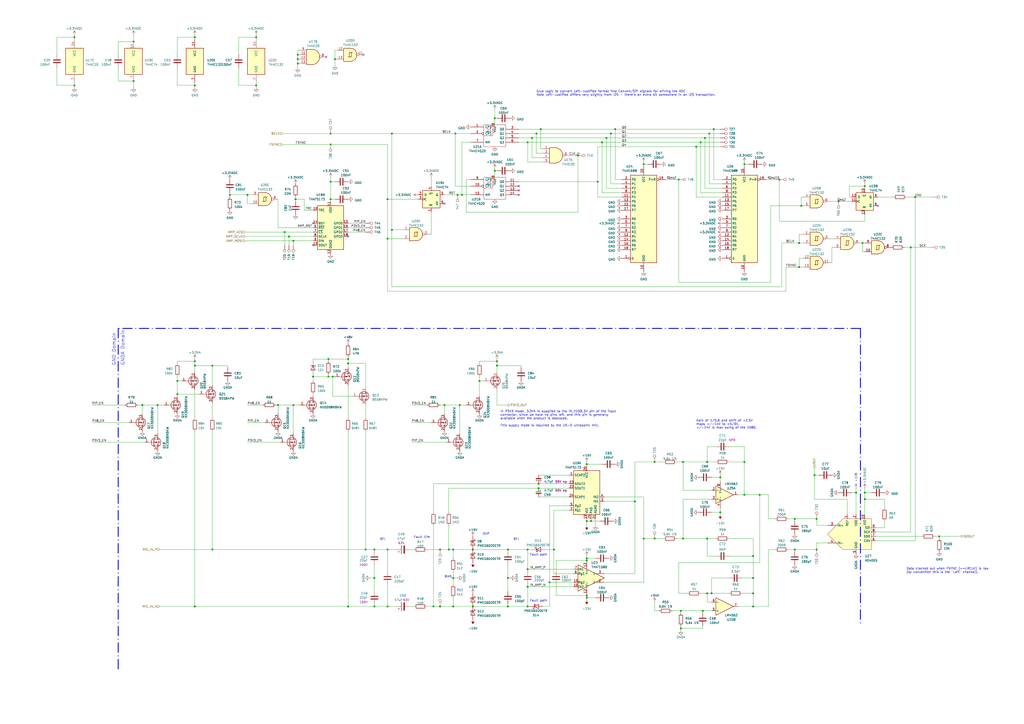
<source format=kicad_sch>
(kicad_sch (version 20221004) (generator eeschema)
  (paper "A2")
  (junction (at 171.45 115.57))
  (junction (at 501.65 107.95))
  (junction (at 436.88 335.28))
  (junction (at 351.79 80.01))
  (junction (at 294.64 351.79))
  (junction (at 306.07 318.77))
  (junction (at 308.61 80.01))
  (junction (at 260.35 318.77))
  (junction (at 77.47 24.13))
  (junction (at 227.33 133.35))
  (junction (at 224.79 115.57))
  (junction (at 172.72 36.83))
  (junction (at 224.79 138.43))
  (junction (at 165.1 134.62))
  (junction (at 311.15 77.47))
  (junction (at 412.75 344.17))
  (junction (at 191.77 77.47))
  (junction (at 288.29 209.55))
  (junction (at 193.04 218.44))
  (junction (at 463.55 154.94))
  (junction (at 410.21 344.17))
  (junction (at 148.59 49.53))
  (junction (at 312.42 280.67))
  (junction (at 436.88 344.17))
  (junction (at 496.57 285.75))
  (junction (at 431.8 95.25))
  (junction (at 43.18 49.53))
  (junction (at 102.87 220.98))
  (junction (at 274.32 351.79))
  (junction (at 255.27 351.79))
  (junction (at 393.7 104.14))
  (junction (at 251.46 351.79))
  (junction (at 452.12 104.14))
  (junction (at 342.9 302.26))
  (junction (at 91.44 234.95))
  (junction (at 217.17 318.77))
  (junction (at 266.7 234.95))
  (junction (at 191.77 83.82))
  (junction (at 318.77 337.82))
  (junction (at 410.21 267.97))
  (junction (at 148.59 21.59))
  (junction (at 501.65 285.75))
  (junction (at 143.51 113.03))
  (junction (at 406.4 82.55))
  (junction (at 170.18 234.95))
  (junction (at 287.02 68.58))
  (junction (at 294.64 318.77))
  (junction (at 224.79 318.77))
  (junction (at 306.07 330.2))
  (junction (at 77.47 46.99))
  (junction (at 212.09 318.77))
  (junction (at 408.94 80.01))
  (junction (at 461.01 300.99))
  (junction (at 262.89 335.28))
  (junction (at 113.03 351.79))
  (junction (at 190.5 208.28))
  (junction (at 373.38 95.25))
  (junction (at 201.93 210.82))
  (junction (at 312.42 283.21))
  (junction (at 172.72 34.29))
  (junction (at 368.3 290.83))
  (junction (at 294.64 335.28))
  (junction (at 191.77 115.57))
  (junction (at 288.29 212.09))
  (junction (at 161.29 234.95))
  (junction (at 287.02 99.06))
  (junction (at 278.13 220.98))
  (junction (at 396.24 267.97))
  (junction (at 486.41 116.84))
  (junction (at 417.83 276.86))
  (junction (at 379.73 267.97))
  (junction (at 113.03 49.53))
  (junction (at 340.36 269.24))
  (junction (at 340.36 345.44))
  (junction (at 407.67 354.33))
  (junction (at 356.87 74.93))
  (junction (at 172.72 31.75))
  (junction (at 354.33 77.47))
  (junction (at 133.35 113.03))
  (junction (at 340.36 302.26))
  (junction (at 262.89 351.79))
  (junction (at 201.93 208.28))
  (junction (at 473.71 318.77))
  (junction (at 201.93 351.79))
  (junction (at 346.71 105.41))
  (junction (at 217.17 351.79))
  (junction (at 43.18 21.59))
  (junction (at 472.44 275.59))
  (junction (at 340.36 325.12))
  (junction (at 440.69 287.02))
  (junction (at 411.48 77.47))
  (junction (at 181.61 218.44))
  (junction (at 190.5 218.44))
  (junction (at 528.32 143.51))
  (junction (at 306.07 82.55))
  (junction (at 464.82 119.38))
  (junction (at 321.31 318.77))
  (junction (at 417.83 297.18))
  (junction (at 501.65 289.56))
  (junction (at 530.86 114.3))
  (junction (at 349.25 82.55))
  (junction (at 335.28 90.17))
  (junction (at 544.83 311.15))
  (junction (at 224.79 351.79))
  (junction (at 274.32 318.77))
  (junction (at 313.69 74.93))
  (junction (at 267.97 113.03))
  (junction (at 394.97 364.49))
  (junction (at 396.24 312.42))
  (junction (at 340.36 323.85))
  (junction (at 194.31 34.29))
  (junction (at 170.18 139.7))
  (junction (at 463.55 140.97))
  (junction (at 373.38 312.42))
  (junction (at 403.86 85.09))
  (junction (at 436.88 322.58))
  (junction (at 306.07 340.36))
  (junction (at 255.27 318.77))
  (junction (at 410.21 312.42))
  (junction (at 113.03 21.59))
  (junction (at 265.43 113.03))
  (junction (at 431.8 267.97))
  (junction (at 379.73 312.42))
  (junction (at 306.07 351.79))
  (junction (at 414.02 74.93))
  (junction (at 123.19 318.77))
  (junction (at 227.33 77.47))
  (junction (at 123.19 212.09))
  (junction (at 394.97 354.33))
  (junction (at 500.38 140.97))
  (junction (at 167.64 137.16))
  (junction (at 436.88 351.79))
  (junction (at 191.77 105.41))
  (junction (at 217.17 335.28))
  (junction (at 340.36 346.71))
  (junction (at 82.55 234.95))
  (junction (at 262.89 318.77))
  (junction (at 102.87 228.6))
  (junction (at 431.8 287.02))
  (junction (at 461.01 318.77))
  (junction (at 264.16 77.47))
  (junction (at 257.81 234.95))
  (junction (at 113.03 212.09))
  (junction (at 113.03 209.55))
  (junction (at 473.71 300.99))
  (no_connect (at 300.99 110.49))
  (no_connect (at 300.99 107.95))
  (no_connect (at 300.99 113.03))
  (no_connect (at 189.23 33.02))
  (no_connect (at 509.27 119.38))
  (no_connect (at 201.93 137.16))
  (no_connect (at 181.61 129.54))
  (no_connect (at 257.81 118.11))
  (no_connect (at 210.82 31.75))
  (no_connect (at 181.61 142.24))
  (wire (pts (xy 417.83 276.86) (xy 417.83 275.59)))
  (polyline (pts (xy 499.11 190.5) (xy 499.11 363.22)) (stroke (width 0.5) (type dash_dot)))
  (wire (pts (xy 457.2 318.77) (xy 461.01 318.77)))
  (wire (pts (xy 287.02 99.06) (xy 288.29 99.06)))
  (wire (pts (xy 473.71 314.96) (xy 480.06 314.96)))
  (wire (pts (xy 501.65 283.21) (xy 501.65 285.75)))
  (wire (pts (xy 464.82 119.38) (xy 466.09 119.38)))
  (wire (pts (xy 431.8 287.02) (xy 440.69 287.02)))
  (wire (pts (xy 340.36 270.51) (xy 340.36 269.24)))
  (wire (pts (xy 227.33 77.47) (xy 227.33 133.35)))
  (wire (pts (xy 350.52 337.82) (xy 373.38 337.82)))
  (wire (pts (xy 201.93 208.28) (xy 201.93 210.82)))
  (wire (pts (xy 113.03 20.32) (xy 113.03 21.59)))
  (wire (pts (xy 407.67 364.49) (xy 407.67 363.22)))
  (wire (pts (xy 161.29 234.95) (xy 161.29 240.03)))
  (wire (pts (xy 267.97 113.03) (xy 273.05 113.03)))
  (wire (pts (xy 501.65 289.56) (xy 513.08 289.56)))
  (wire (pts (xy 68.58 46.99) (xy 77.47 46.99)))
  (wire (pts (xy 172.72 34.29) (xy 172.72 36.83)))
  (wire (pts (xy 340.36 269.24) (xy 349.25 269.24)))
  (wire (pts (xy 312.42 283.21) (xy 330.2 283.21)))
  (wire (pts (xy 524.51 143.51) (xy 528.32 143.51)))
  (wire (pts (xy 544.83 311.15) (xy 544.83 312.42)))
  (wire (pts (xy 340.36 300.99) (xy 340.36 302.26)))
  (wire (pts (xy 262.89 318.77) (xy 262.89 323.85)))
  (wire (pts (xy 260.35 304.8) (xy 260.35 318.77)))
  (wire (pts (xy 472.44 275.59) (xy 472.44 289.56)))
  (wire (pts (xy 422.91 335.28) (xy 412.75 335.28)))
  (wire (pts (xy 251.46 280.67) (xy 312.42 280.67)))
  (wire (pts (xy 314.96 86.36) (xy 313.69 86.36)))
  (wire (pts (xy 394.97 365.76) (xy 394.97 364.49)))
  (wire (pts (xy 408.94 80.01) (xy 417.83 80.01)))
  (wire (pts (xy 340.36 346.71) (xy 340.36 347.98)))
  (wire (pts (xy 447.04 163.83) (xy 447.04 119.38)))
  (wire (pts (xy 436.88 351.79) (xy 436.88 344.17)))
  (wire (pts (xy 396.24 289.56) (xy 412.75 289.56)))
  (wire (pts (xy 133.35 113.03) (xy 143.51 113.03)))
  (wire (pts (xy 190.5 208.28) (xy 190.5 209.55)))
  (wire (pts (xy 148.59 50.8) (xy 148.59 49.53)))
  (wire (pts (xy 306.07 330.2) (xy 306.07 331.47)))
  (wire (pts (xy 201.93 223.52) (xy 201.93 242.57)))
  (wire (pts (xy 201.93 207.01) (xy 201.93 208.28)))
  (wire (pts (xy 368.3 267.97) (xy 379.73 267.97)))
  (wire (pts (xy 227.33 166.37) (xy 453.39 166.37)))
  (wire (pts (xy 102.87 21.59) (xy 113.03 21.59)))
  (wire (pts (xy 412.75 276.86) (xy 417.83 276.86)))
  (wire (pts (xy 346.71 114.3) (xy 360.68 114.3)))
  (wire (pts (xy 227.33 77.47) (xy 264.16 77.47)))
  (wire (pts (xy 250.19 135.89) (xy 250.19 123.19)))
  (wire (pts (xy 530.86 114.3) (xy 541.02 114.3)))
  (wire (pts (xy 452.12 128.27) (xy 501.65 128.27)))
  (wire (pts (xy 191.77 105.41) (xy 194.31 105.41)))
  (wire (pts (xy 278.13 209.55) (xy 278.13 210.82)))
  (wire (pts (xy 322.58 325.12) (xy 340.36 325.12)))
  (wire (pts (xy 201.93 351.79) (xy 217.17 351.79)))
  (wire (pts (xy 133.35 113.03) (xy 133.35 114.3)))
  (wire (pts (xy 445.77 318.77) (xy 449.58 318.77)))
  (wire (pts (xy 143.51 113.03) (xy 143.51 118.11)))
  (wire (pts (xy 436.88 312.42) (xy 422.91 312.42)))
  (wire (pts (xy 278.13 220.98) (xy 280.67 220.98)))
  (wire (pts (xy 181.61 218.44) (xy 190.5 218.44)))
  (wire (pts (xy 499.11 140.97) (xy 500.38 140.97)))
  (wire (pts (xy 340.36 302.26) (xy 340.36 304.8)))
  (wire (pts (xy 278.13 218.44) (xy 278.13 220.98)))
  (wire (pts (xy 318.77 337.82) (xy 318.77 351.79)))
  (wire (pts (xy 542.29 311.15) (xy 544.83 311.15)))
  (wire (pts (xy 394.97 354.33) (xy 394.97 355.6)))
  (wire (pts (xy 273.05 107.95) (xy 264.16 107.95)))
  (wire (pts (xy 508 311.15) (xy 534.67 311.15)))
  (wire (pts (xy 214.63 335.28) (xy 217.17 335.28)))
  (wire (pts (xy 217.17 318.77) (xy 224.79 318.77)))
  (wire (pts (xy 422.91 259.08) (xy 431.8 259.08)))
  (wire (pts (xy 43.18 50.8) (xy 43.18 49.53)))
  (wire (pts (xy 172.72 29.21) (xy 172.72 31.75)))
  (wire (pts (xy 340.36 323.85) (xy 340.36 325.12)))
  (polyline (pts (xy 68.58 190.5) (xy 68.58 388.62)) (stroke (width 0.5) (type dash_dot)))
  (wire (pts (xy 528.32 143.51) (xy 539.75 143.51)))
  (wire (pts (xy 212.09 250.19) (xy 212.09 318.77)))
  (wire (pts (xy 53.34 234.95) (xy 72.39 234.95)))
  (wire (pts (xy 411.48 77.47) (xy 417.83 77.47)))
  (wire (pts (xy 407.67 354.33) (xy 407.67 355.6)))
  (wire (pts (xy 247.65 351.79) (xy 251.46 351.79)))
  (wire (pts (xy 494.03 114.3) (xy 492.76 114.3)))
  (wire (pts (xy 82.55 234.95) (xy 82.55 240.03)))
  (wire (pts (xy 288.29 212.09) (xy 288.29 215.9)))
  (wire (pts (xy 113.03 351.79) (xy 201.93 351.79)))
  (wire (pts (xy 379.73 349.25) (xy 379.73 354.33)))
  (wire (pts (xy 306.07 93.98) (xy 306.07 82.55)))
  (wire (pts (xy 143.51 234.95) (xy 152.4 234.95)))
  (wire (pts (xy 237.49 318.77) (xy 240.03 318.77)))
  (wire (pts (xy 501.65 106.68) (xy 501.65 107.95)))
  (wire (pts (xy 356.87 74.93) (xy 414.02 74.93)))
  (wire (pts (xy 408.94 109.22) (xy 419.1 109.22)))
  (wire (pts (xy 176.53 121.92) (xy 181.61 121.92)))
  (wire (pts (xy 171.45 114.3) (xy 171.45 115.57)))
  (wire (pts (xy 172.72 36.83) (xy 172.72 39.37)))
  (wire (pts (xy 525.78 114.3) (xy 530.86 114.3)))
  (wire (pts (xy 287.02 68.58) (xy 287.02 72.39)))
  (wire (pts (xy 170.18 234.95) (xy 173.99 234.95)))
  (wire (pts (xy 262.89 331.47) (xy 262.89 335.28)))
  (wire (pts (xy 274.32 318.77) (xy 294.64 318.77)))
  (wire (pts (xy 91.44 234.95) (xy 95.25 234.95)))
  (wire (pts (xy 472.44 271.78) (xy 472.44 275.59)))
  (wire (pts (xy 212.09 318.77) (xy 217.17 318.77)))
  (wire (pts (xy 354.33 77.47) (xy 354.33 106.68)))
  (wire (pts (xy 306.07 351.79) (xy 307.34 351.79)))
  (wire (pts (xy 415.29 322.58) (xy 410.21 322.58)))
  (wire (pts (xy 463.55 135.89) (xy 466.09 135.89)))
  (wire (pts (xy 340.36 302.26) (xy 342.9 302.26)))
  (wire (pts (xy 422.91 322.58) (xy 436.88 322.58)))
  (wire (pts (xy 262.89 346.71) (xy 262.89 351.79)))
  (wire (pts (xy 92.71 351.79) (xy 113.03 351.79)))
  (wire (pts (xy 300.99 82.55) (xy 306.07 82.55)))
  (wire (pts (xy 393.7 344.17) (xy 398.78 344.17)))
  (wire (pts (xy 410.21 259.08) (xy 415.29 259.08)))
  (wire (pts (xy 306.07 340.36) (xy 306.07 351.79)))
  (wire (pts (xy 171.45 115.57) (xy 171.45 116.84)))
  (wire (pts (xy 411.48 106.68) (xy 419.1 106.68)))
  (wire (pts (xy 255.27 351.79) (xy 262.89 351.79)))
  (wire (pts (xy 394.97 354.33) (xy 407.67 354.33)))
  (wire (pts (xy 322.58 339.09) (xy 322.58 345.44)))
  (wire (pts (xy 306.07 318.77) (xy 308.61 318.77)))
  (wire (pts (xy 368.3 332.74) (xy 368.3 290.83)))
  (wire (pts (xy 170.18 139.7) (xy 170.18 142.24)))
  (wire (pts (xy 123.19 212.09) (xy 132.08 212.09)))
  (wire (pts (xy 473.71 300.99) (xy 473.71 304.8)))
  (wire (pts (xy 224.79 339.09) (xy 224.79 351.79)))
  (wire (pts (xy 262.89 351.79) (xy 274.32 351.79)))
  (wire (pts (xy 294.64 318.77) (xy 306.07 318.77)))
  (wire (pts (xy 412.75 284.48) (xy 396.24 284.48)))
  (wire (pts (xy 386.08 104.14) (xy 393.7 104.14)))
  (wire (pts (xy 212.09 210.82) (xy 201.93 210.82)))
  (wire (pts (xy 318.77 293.37) (xy 318.77 337.82)))
  (wire (pts (xy 190.5 217.17) (xy 190.5 218.44)))
  (wire (pts (xy 201.93 134.62) (xy 212.09 134.62)))
  (wire (pts (xy 373.38 312.42) (xy 379.73 312.42)))
  (wire (pts (xy 224.79 115.57) (xy 224.79 138.43)))
  (wire (pts (xy 410.21 267.97) (xy 415.29 267.97)))
  (wire (pts (xy 445.77 300.99) (xy 449.58 300.99)))
  (wire (pts (xy 302.26 212.09) (xy 302.26 213.36)))
  (wire (pts (xy 452.12 104.14) (xy 452.12 128.27)))
  (wire (pts (xy 351.79 109.22) (xy 360.68 109.22)))
  (wire (pts (xy 288.29 234.95) (xy 294.64 234.95)))
  (wire (pts (xy 393.7 326.39) (xy 393.7 344.17)))
  (wire (pts (xy 396.24 284.48) (xy 396.24 267.97)))
  (wire (pts (xy 102.87 209.55) (xy 102.87 210.82)))
  (wire (pts (xy 389.89 354.33) (xy 394.97 354.33)))
  (wire (pts (xy 165.1 134.62) (xy 181.61 134.62)))
  (wire (pts (xy 181.61 217.17) (xy 181.61 218.44)))
  (wire (pts (xy 330.2 90.17) (xy 335.28 90.17)))
  (wire (pts (xy 314.96 91.44) (xy 308.61 91.44)))
  (wire (pts (xy 53.34 256.54) (xy 83.82 256.54)))
  (wire (pts (xy 463.55 135.89) (xy 463.55 140.97)))
  (wire (pts (xy 193.04 218.44) (xy 193.04 229.87)))
  (wire (pts (xy 255.27 234.95) (xy 257.81 234.95)))
  (wire (pts (xy 410.21 322.58) (xy 410.21 312.42)))
  (wire (pts (xy 351.79 80.01) (xy 351.79 109.22)))
  (wire (pts (xy 311.15 88.9) (xy 311.15 77.47)))
  (wire (pts (xy 167.64 137.16) (xy 167.64 142.24)))
  (wire (pts (xy 123.19 212.09) (xy 113.03 212.09)))
  (wire (pts (xy 77.47 46.99) (xy 77.47 50.8)))
  (wire (pts (xy 170.18 234.95) (xy 170.18 251.46)))
  (wire (pts (xy 414.02 74.93) (xy 417.83 74.93)))
  (wire (pts (xy 368.3 290.83) (xy 368.3 267.97)))
  (wire (pts (xy 172.72 31.75) (xy 172.72 34.29)))
  (wire (pts (xy 266.7 234.95) (xy 266.7 251.46)))
  (wire (pts (xy 294.64 335.28) (xy 295.91 335.28)))
  (wire (pts (xy 318.77 293.37) (xy 330.2 293.37)))
  (wire (pts (xy 313.69 86.36) (xy 313.69 74.93)))
  (wire (pts (xy 356.87 104.14) (xy 360.68 104.14)))
  (wire (pts (xy 288.29 208.28) (xy 288.29 209.55)))
  (wire (pts (xy 255.27 318.77) (xy 260.35 318.77)))
  (wire (pts (xy 191.77 105.41) (xy 191.77 115.57)))
  (wire (pts (xy 342.9 302.26) (xy 347.98 302.26)))
  (wire (pts (xy 294.64 335.28) (xy 294.64 342.9)))
  (wire (pts (xy 461.01 300.99) (xy 473.71 300.99)))
  (wire (pts (xy 224.79 83.82) (xy 224.79 115.57)))
  (wire (pts (xy 194.31 34.29) (xy 194.31 38.1)))
  (wire (pts (xy 190.5 208.28) (xy 201.93 208.28)))
  (wire (pts (xy 250.19 102.87) (xy 250.19 107.95)))
  (wire (pts (xy 316.23 318.77) (xy 321.31 318.77)))
  (wire (pts (xy 113.03 250.19) (xy 113.03 351.79)))
  (wire (pts (xy 345.44 300.99) (xy 345.44 304.8)))
  (wire (pts (xy 414.02 74.93) (xy 414.02 104.14)))
  (wire (pts (xy 191.77 77.47) (xy 227.33 77.47)))
  (wire (pts (xy 300.99 77.47) (xy 311.15 77.47)))
  (wire (pts (xy 102.87 31.75) (xy 102.87 21.59)))
  (wire (pts (xy 238.76 256.54) (xy 259.08 256.54)))
  (wire (pts (xy 102.87 218.44) (xy 102.87 220.98)))
  (wire (pts (xy 410.21 344.17) (xy 412.75 344.17)))
  (wire (pts (xy 508 308.61) (xy 528.32 308.61)))
  (wire (pts (xy 455.93 168.91) (xy 455.93 154.94)))
  (wire (pts (xy 142.24 134.62) (xy 165.1 134.62)))
  (wire (pts (xy 148.59 20.32) (xy 148.59 21.59)))
  (wire (pts (xy 444.5 104.14) (xy 452.12 104.14)))
  (wire (pts (xy 212.09 224.79) (xy 212.09 210.82)))
  (wire (pts (xy 238.76 234.95) (xy 247.65 234.95)))
  (wire (pts (xy 436.88 322.58) (xy 436.88 335.28)))
  (wire (pts (xy 313.69 74.93) (xy 356.87 74.93)))
  (wire (pts (xy 227.33 133.35) (xy 227.33 166.37)))
  (wire (pts (xy 306.07 339.09) (xy 306.07 340.36)))
  (wire (pts (xy 427.99 351.79) (xy 436.88 351.79)))
  (wire (pts (xy 322.58 345.44) (xy 340.36 345.44)))
  (wire (pts (xy 142.24 137.16) (xy 167.64 137.16)))
  (wire (pts (xy 312.42 288.29) (xy 330.2 288.29)))
  (wire (pts (xy 123.19 233.68) (xy 123.19 242.57)))
  (wire (pts (xy 530.86 313.69) (xy 508 313.69)))
  (wire (pts (xy 354.33 77.47) (xy 411.48 77.47)))
  (wire (pts (xy 68.58 39.37) (xy 68.58 46.99)))
  (wire (pts (xy 544.83 311.15) (xy 557.53 311.15)))
  (wire (pts (xy 410.21 259.08) (xy 410.21 267.97)))
  (wire (pts (xy 173.99 29.21) (xy 172.72 29.21)))
  (wire (pts (xy 513.08 289.56) (xy 513.08 294.64)))
  (wire (pts (xy 251.46 304.8) (xy 251.46 351.79)))
  (wire (pts (xy 262.89 335.28) (xy 262.89 339.09)))
  (wire (pts (xy 396.24 312.42) (xy 410.21 312.42)))
  (wire (pts (xy 217.17 318.77) (xy 217.17 320.04)))
  (wire (pts (xy 237.49 351.79) (xy 240.03 351.79)))
  (wire (pts (xy 212.09 234.95) (xy 212.09 242.57)))
  (wire (pts (xy 267.97 82.55) (xy 273.05 82.55)))
  (wire (pts (xy 406.4 344.17) (xy 410.21 344.17)))
  (wire (pts (xy 217.17 327.66) (xy 217.17 335.28)))
  (wire (pts (xy 351.79 80.01) (xy 408.94 80.01)))
  (wire (pts (xy 464.82 114.3) (xy 464.82 119.38)))
  (wire (pts (xy 482.6 143.51) (xy 483.87 143.51)))
  (wire (pts (xy 123.19 223.52) (xy 123.19 212.09)))
  (wire (pts (xy 264.16 77.47) (xy 273.05 77.47)))
  (wire (pts (xy 431.8 287.02) (xy 427.99 287.02)))
  (wire (pts (xy 403.86 85.09) (xy 403.86 114.3)))
  (wire (pts (xy 530.86 114.3) (xy 530.86 313.69)))
  (wire (pts (xy 473.71 304.8) (xy 480.06 304.8)))
  (wire (pts (xy 287.02 63.5) (xy 287.02 68.58)))
  (wire (pts (xy 453.39 166.37) (xy 453.39 140.97)))
  (wire (pts (xy 43.18 21.59) (xy 43.18 22.86)))
  (wire (pts (xy 408.94 80.01) (xy 408.94 109.22)))
  (wire (pts (xy 501.65 107.95) (xy 501.65 109.22)))
  (wire (pts (xy 102.87 39.37) (xy 102.87 49.53)))
  (wire (pts (xy 278.13 209.55) (xy 288.29 209.55)))
  (wire (pts (xy 260.35 318.77) (xy 262.89 318.77)))
  (wire (pts (xy 403.86 114.3) (xy 419.1 114.3)))
  (wire (pts (xy 201.93 132.08) (xy 212.09 132.08)))
  (wire (pts (xy 123.19 318.77) (xy 212.09 318.77)))
  (wire (pts (xy 113.03 212.09) (xy 113.03 215.9)))
  (wire (pts (xy 287.02 68.58) (xy 288.29 68.58)))
  (wire (pts (xy 217.17 350.52) (xy 217.17 351.79)))
  (wire (pts (xy 322.58 331.47) (xy 322.58 325.12)))
  (wire (pts (xy 466.09 154.94) (xy 463.55 154.94)))
  (wire (pts (xy 463.55 149.86) (xy 466.09 149.86)))
  (wire (pts (xy 181.61 218.44) (xy 181.61 220.98)))
  (wire (pts (xy 138.43 39.37) (xy 138.43 49.53)))
  (wire (pts (xy 412.75 335.28) (xy 412.75 344.17)))
  (wire (pts (xy 321.31 318.77) (xy 321.31 332.74)))
  (wire (pts (xy 417.83 276.86) (xy 417.83 279.4)))
  (wire (pts (xy 172.72 34.29) (xy 173.99 34.29)))
  (wire (pts (xy 113.03 208.28) (xy 113.03 209.55)))
  (wire (pts (xy 494.03 285.75) (xy 496.57 285.75)))
  (wire (pts (xy 406.4 82.55) (xy 406.4 111.76)))
  (wire (pts (xy 146.05 113.03) (xy 143.51 113.03)))
  (wire (pts (xy 224.79 115.57) (xy 242.57 115.57)))
  (wire (pts (xy 466.09 114.3) (xy 464.82 114.3)))
  (wire (pts (xy 165.1 134.62) (xy 165.1 142.24)))
  (wire (pts (xy 288.29 226.06) (xy 288.29 234.95)))
  (wire (pts (xy 191.77 83.82) (xy 224.79 83.82)))
  (wire (pts (xy 463.55 154.94) (xy 463.55 149.86)))
  (wire (pts (xy 306.07 330.2) (xy 332.74 330.2)))
  (wire (pts (xy 91.44 234.95) (xy 91.44 251.46)))
  (wire (pts (xy 436.88 335.28) (xy 436.88 344.17)))
  (wire (pts (xy 340.36 322.58) (xy 340.36 323.85)))
  (wire (pts (xy 247.65 318.77) (xy 255.27 318.77)))
  (wire (pts (xy 33.02 49.53) (xy 43.18 49.53)))
  (wire (pts (xy 335.28 90.17) (xy 335.28 123.19)))
  (wire (pts (xy 340.36 267.97) (xy 340.36 269.24)))
  (wire (pts (xy 102.87 209.55) (xy 113.03 209.55)))
  (wire (pts (xy 445.77 351.79) (xy 445.77 318.77)))
  (wire (pts (xy 373.38 95.25) (xy 375.92 95.25)))
  (wire (pts (xy 224.79 138.43) (xy 224.79 168.91)))
  (wire (pts (xy 300.99 105.41) (xy 346.71 105.41)))
  (wire (pts (xy 436.88 312.42) (xy 436.88 322.58)))
  (wire (pts (xy 142.24 139.7) (xy 170.18 139.7)))
  (wire (pts (xy 308.61 91.44) (xy 308.61 80.01)))
  (wire (pts (xy 403.86 85.09) (xy 417.83 85.09)))
  (wire (pts (xy 181.61 208.28) (xy 190.5 208.28)))
  (wire (pts (xy 314.96 88.9) (xy 311.15 88.9)))
  (wire (pts (xy 217.17 351.79) (xy 224.79 351.79)))
  (wire (pts (xy 294.64 318.77) (xy 294.64 320.04)))
  (wire (pts (xy 445.77 287.02) (xy 445.77 300.99)))
  (wire (pts (xy 501.65 146.05) (xy 500.38 146.05)))
  (wire (pts (xy 440.69 287.02) (xy 440.69 326.39)))
  (wire (pts (xy 148.59 48.26) (xy 148.59 49.53)))
  (wire (pts (xy 350.52 332.74) (xy 368.3 332.74)))
  (wire (pts (xy 463.55 140.97) (xy 466.09 140.97)))
  (wire (pts (xy 306.07 340.36) (xy 332.74 340.36)))
  (wire (pts (xy 392.43 312.42) (xy 396.24 312.42)))
  (wire (pts (xy 262.89 335.28) (xy 265.43 335.28)))
  (wire (pts (xy 287.02 97.79) (xy 287.02 99.06)))
  (wire (pts (xy 266.7 234.95) (xy 270.51 234.95)))
  (wire (pts (xy 163.83 83.82) (xy 191.77 83.82)))
  (wire (pts (xy 224.79 351.79) (xy 229.87 351.79)))
  (wire (pts (xy 68.58 24.13) (xy 77.47 24.13)))
  (wire (pts (xy 238.76 245.11) (xy 250.19 245.11)))
  (wire (pts (xy 392.43 267.97) (xy 396.24 267.97)))
  (wire (pts (xy 300.99 80.01) (xy 308.61 80.01)))
  (wire (pts (xy 265.43 113.03) (xy 267.97 113.03)))
  (wire (pts (xy 496.57 285.75) (xy 496.57 298.45)))
  (wire (pts (xy 143.51 245.11) (xy 153.67 245.11)))
  (wire (pts (xy 321.31 332.74) (xy 332.74 332.74)))
  (wire (pts (xy 410.21 312.42) (xy 415.29 312.42)))
  (wire (pts (xy 332.74 337.82) (xy 318.77 337.82)))
  (wire (pts (xy 431.8 95.25) (xy 431.8 96.52)))
  (wire (pts (xy 77.47 20.32) (xy 77.47 24.13)))
  (wire (pts (xy 181.61 209.55) (xy 181.61 208.28)))
  (wire (pts (xy 412.75 349.25) (xy 410.21 349.25)))
  (wire (pts (xy 422.91 267.97) (xy 431.8 267.97)))
  (wire (pts (xy 270.51 104.14) (xy 273.05 104.14)))
  (wire (pts (xy 77.47 45.72) (xy 77.47 46.99)))
  (wire (pts (xy 308.61 80.01) (xy 351.79 80.01)))
  (wire (pts (xy 373.38 312.42) (xy 373.38 337.82)))
  (wire (pts (xy 417.83 294.64) (xy 417.83 297.18)))
  (wire (pts (xy 396.24 312.42) (xy 396.24 289.56)))
  (wire (pts (xy 356.87 74.93) (xy 356.87 104.14)))
  (wire (pts (xy 260.35 283.21) (xy 260.35 297.18)))
  (wire (pts (xy 68.58 31.75) (xy 68.58 24.13)))
  (wire (pts (xy 501.65 140.97) (xy 500.38 140.97)))
  (wire (pts (xy 191.77 115.57) (xy 191.77 116.84)))
  (wire (pts (xy 473.71 318.77) (xy 473.71 314.96)))
  (wire (pts (xy 82.55 234.95) (xy 91.44 234.95)))
  (wire (pts (xy 224.79 168.91) (xy 455.93 168.91)))
  (wire (pts (xy 113.03 209.55) (xy 113.03 212.09)))
  (wire (pts (xy 217.17 335.28) (xy 217.17 342.9)))
  (wire (pts (xy 191.77 102.87) (xy 191.77 105.41)))
  (wire (pts (xy 321.31 295.91) (xy 330.2 295.91)))
  (wire (pts (xy 393.7 326.39) (xy 440.69 326.39)))
  (wire (pts (xy 171.45 115.57) (xy 176.53 115.57)))
  (wire (pts (xy 278.13 220.98) (xy 278.13 229.87)))
  (wire (pts (xy 113.03 49.53) (xy 113.03 48.26)))
  (wire (pts (xy 431.8 267.97) (xy 431.8 259.08)))
  (wire (pts (xy 491.49 289.56) (xy 472.44 289.56)))
  (wire (pts (xy 431.8 267.97) (xy 431.8 287.02)))
  (wire (pts (xy 496.57 283.21) (xy 496.57 285.75)))
  (wire (pts (xy 407.67 354.33) (xy 412.75 354.33)))
  (wire (pts (xy 340.36 345.44) (xy 340.36 346.71)))
  (wire (pts (xy 92.71 318.77) (xy 123.19 318.77)))
  (wire (pts (xy 102.87 220.98) (xy 105.41 220.98)))
  (wire (pts (xy 501.65 128.27) (xy 501.65 124.46)))
  (wire (pts (xy 406.4 111.76) (xy 419.1 111.76)))
  (wire (pts (xy 190.5 218.44) (xy 193.04 218.44)))
  (wire (pts (xy 262.89 318.77) (xy 274.32 318.77)))
  (wire (pts (xy 486.41 116.84) (xy 494.03 116.84)))
  (wire (pts (xy 461.01 318.77) (xy 461.01 320.04)))
  (wire (pts (xy 430.53 335.28) (xy 436.88 335.28)))
  (wire (pts (xy 394.97 364.49) (xy 407.67 364.49)))
  (wire (pts (xy 113.03 50.8) (xy 113.03 49.53)))
  (wire (pts (xy 373.38 288.29) (xy 373.38 312.42)))
  (wire (pts (xy 102.87 220.98) (xy 102.87 228.6)))
  (wire (pts (xy 379.73 354.33) (xy 382.27 354.33)))
  (wire (pts (xy 349.25 82.55) (xy 349.25 111.76)))
  (wire (pts (xy 201.93 250.19) (xy 201.93 351.79)))
  (wire (pts (xy 379.73 267.97) (xy 384.81 267.97)))
  (wire (pts (xy 373.38 93.98) (xy 373.38 95.25)))
  (wire (pts (xy 204.47 229.87) (xy 193.04 229.87)))
  (wire (pts (xy 306.07 82.55) (xy 349.25 82.55)))
  (wire (pts (xy 312.42 280.67) (xy 330.2 280.67)))
  (wire (pts (xy 455.93 154.94) (xy 463.55 154.94)))
  (wire (pts (xy 481.33 152.4) (xy 482.6 152.4)))
  (wire (pts (xy 138.43 49.53) (xy 148.59 49.53)))
  (wire (pts (xy 457.2 300.99) (xy 461.01 300.99)))
  (wire (pts (xy 161.29 115.57) (xy 161.29 132.08)))
  (wire (pts (xy 346.71 85.09) (xy 403.86 85.09)))
  (wire (pts (xy 260.35 283.21) (xy 312.42 283.21)))
  (wire (pts (xy 306.07 318.77) (xy 306.07 330.2)))
  (wire (pts (xy 194.31 34.29) (xy 195.58 34.29)))
  (wire (pts (xy 294.64 351.79) (xy 306.07 351.79)))
  (wire (pts (xy 113.03 226.06) (xy 113.03 242.57)))
  (wire (pts (xy 172.72 31.75) (xy 173.99 31.75)))
  (wire (pts (xy 257.81 234.95) (xy 257.81 240.03)))
  (wire (pts (xy 373.38 288.29) (xy 350.52 288.29)))
  (wire (pts (xy 224.79 318.77) (xy 229.87 318.77)))
  (wire (pts (xy 394.97 364.49) (xy 394.97 363.22)))
  (wire (pts (xy 115.57 228.6) (xy 102.87 228.6)))
  (polyline (pts (xy 499.11 190.5) (xy 68.58 190.5)) (stroke (width 0.5) (type dash_dot)))
  (wire (pts (xy 148.59 21.59) (xy 148.59 22.86)))
  (wire (pts (xy 194.31 29.21) (xy 194.31 34.29)))
  (wire (pts (xy 501.65 289.56) (xy 501.65 298.45)))
  (wire (pts (xy 346.71 85.09) (xy 346.71 105.41)))
  (wire (pts (xy 227.33 133.35) (xy 233.68 133.35)))
  (wire (pts (xy 300.99 74.93) (xy 313.69 74.93)))
  (wire (pts (xy 501.65 285.75) (xy 505.46 285.75)))
  (wire (pts (xy 431.8 95.25) (xy 434.34 95.25)))
  (wire (pts (xy 314.96 93.98) (xy 306.07 93.98)))
  (wire (pts (xy 354.33 106.68) (xy 360.68 106.68)))
  (wire (pts (xy 461.01 318.77) (xy 473.71 318.77)))
  (wire (pts (xy 349.25 82.55) (xy 406.4 82.55)))
  (wire (pts (xy 264.16 107.95) (xy 264.16 77.47)))
  (wire (pts (xy 288.29 212.09) (xy 302.26 212.09)))
  (wire (pts (xy 113.03 21.59) (xy 113.03 22.86)))
  (wire (pts (xy 294.64 350.52) (xy 294.64 351.79)))
  (wire (pts (xy 294.64 327.66) (xy 294.64 335.28)))
  (wire (pts (xy 453.39 140.97) (xy 463.55 140.97)))
  (wire (pts (xy 481.33 138.43) (xy 483.87 138.43)))
  (wire (pts (xy 417.83 297.18) (xy 417.83 298.45)))
  (wire (pts (xy 430.53 344.17) (xy 436.88 344.17)))
  (wire (pts (xy 43.18 48.26) (xy 43.18 49.53)))
  (wire (pts (xy 335.28 123.19) (xy 270.51 123.19)))
  (wire (pts (xy 251.46 351.79) (xy 255.27 351.79)))
  (wire (pts (xy 513.08 306.07) (xy 513.08 302.26)))
  (wire (pts (xy 508 306.07) (xy 513.08 306.07)))
  (wire (pts (xy 440.69 287.02) (xy 445.77 287.02)))
  (wire (pts (xy 274.32 351.79) (xy 294.64 351.79)))
  (wire (pts (xy 270.51 123.19) (xy 270.51 104.14)))
  (wire (pts (xy 201.93 129.54) (xy 212.09 129.54)))
  (wire (pts (xy 123.19 250.19) (xy 123.19 318.77)))
  (wire (pts (xy 431.8 93.98) (xy 431.8 95.25)))
  (wire (pts (xy 102.87 49.53) (xy 113.03 49.53)))
  (wire (pts (xy 342.9 300.99) (xy 342.9 302.26)))
  (wire (pts (xy 138.43 31.75) (xy 138.43 21.59)))
  (wire (pts (xy 396.24 267.97) (xy 410.21 267.97)))
  (wire (pts (xy 251.46 297.18) (xy 251.46 280.67)))
  (wire (pts (xy 492.76 114.3) (xy 492.76 107.95)))
  (wire (pts (xy 311.15 77.47) (xy 354.33 77.47)))
  (wire (pts (xy 132.08 212.09) (xy 132.08 213.36)))
  (wire (pts (xy 406.4 82.55) (xy 417.83 82.55)))
  (wire (pts (xy 373.38 95.25) (xy 373.38 96.52)))
  (wire (pts (xy 501.65 285.75) (xy 501.65 289.56)))
  (wire (pts (xy 167.64 137.16) (xy 181.61 137.16)))
  (wire (pts (xy 287.02 99.06) (xy 287.02 102.87)))
  (wire (pts (xy 224.79 138.43) (xy 233.68 138.43)))
  (wire (pts (xy 43.18 20.32) (xy 43.18 21.59)))
  (wire (pts (xy 412.75 297.18) (xy 417.83 297.18)))
  (wire (pts (xy 321.31 295.91) (xy 321.31 318.77)))
  (wire (pts (xy 160.02 234.95) (xy 161.29 234.95)))
  (wire (pts (xy 257.81 234.95) (xy 266.7 234.95)))
  (wire (pts (xy 143.51 118.11) (xy 146.05 118.11)))
  (wire (pts (xy 267.97 82.55) (xy 267.97 113.03)))
  (wire (pts (xy 138.43 21.59) (xy 148.59 21.59)))
  (wire (pts (xy 346.71 105.41) (xy 346.71 114.3)))
  (wire (pts (xy 53.34 245.11) (xy 74.93 245.11)))
  (wire (pts (xy 345.44 323.85) (xy 340.36 323.85)))
  (wire (pts (xy 176.53 115.57) (xy 176.53 121.92)))
  (wire (pts (xy 393.7 163.83) (xy 447.04 163.83)))
  (wire (pts (xy 288.29 209.55) (xy 288.29 212.09)))
  (wire (pts (xy 461.01 300.99) (xy 461.01 302.26)))
  (wire (pts (xy 191.77 115.57) (xy 194.31 115.57)))
  (wire (pts (xy 509.27 114.3) (xy 518.16 114.3)))
  (wire (pts (xy 224.79 318.77) (xy 224.79 331.47)))
  (wire (pts (xy 161.29 132.08) (xy 181.61 132.08)))
  (wire (pts (xy 181.61 228.6) (xy 181.61 229.87)))
  (wire (pts (xy 436.88 351.79) (xy 445.77 351.79)))
  (wire (pts (xy 33.02 31.75) (xy 33.02 21.59)))
  (wire (pts (xy 201.93 210.82) (xy 201.93 213.36)))
  (wire (pts (xy 349.25 111.76) (xy 360.68 111.76)))
  (wire (pts (xy 33.02 21.59) (xy 43.18 21.59)))
  (wire (pts (xy 482.6 152.4) (xy 482.6 143.51)))
  (wire (pts (xy 143.51 256.54) (xy 162.56 256.54)))
  (wire (pts (xy 411.48 77.47) (xy 411.48 106.68)))
  (wire (pts (xy 472.44 275.59) (xy 474.98 275.59)))
  (wire (pts (xy 193.04 218.44) (xy 194.31 218.44)))
  (wire (pts (xy 481.33 116.84) (xy 486.41 116.84)))
  (wire (pts (xy 500.38 146.05) (xy 500.38 140.97)))
  (wire (pts (xy 410.21 349.25) (xy 410.21 344.17)))
  (wire (pts (xy 491.49 289.56) (xy 491.49 298.45)))
  (wire (pts (xy 33.02 39.37) (xy 33.02 49.53)))
  (wire (pts (xy 379.73 312.42) (xy 384.81 312.42)))
  (wire (pts (xy 170.18 139.7) (xy 181.61 139.7)))
  (wire (pts (xy 492.76 107.95) (xy 501.65 107.95)))
  (wire (pts (xy 528.32 143.51) (xy 528.32 308.61)))
  (wire (pts (xy 414.02 104.14) (xy 419.1 104.14)))
  (wire (pts (xy 172.72 36.83) (xy 173.99 36.83)))
  (wire (pts (xy 257.81 113.03) (xy 265.43 113.03)))
  (wire (pts (xy 447.04 119.38) (xy 464.82 119.38)))
  (wire (pts (xy 312.42 275.59) (xy 330.2 275.59)))
  (wire (pts (xy 77.47 24.13) (xy 77.47 25.4)))
  (wire (pts (xy 345.44 346.71) (xy 340.36 346.71)))
  (wire (pts (xy 318.77 351.79) (xy 314.96 351.79)))
  (wire (pts (xy 412.75 344.17) (xy 422.91 344.17)))
  (wire (pts (xy 393.7 104.14) (xy 393.7 163.83)))
  (wire (pts (xy 163.83 77.47) (xy 191.77 77.47)))
  (wire (pts (xy 194.31 29.21) (xy 195.58 29.21)))
  (wire (pts (xy 102.87 228.6) (xy 102.87 229.87)))
  (wire (pts (xy 80.01 234.95) (xy 82.55 234.95)))
  (wire (pts (xy 248.92 135.89) (xy 250.19 135.89)))
  (wire (pts (xy 161.29 234.95) (xy 170.18 234.95)))
  (wire (pts (xy 133.35 111.76) (xy 133.35 113.03)))
  (wire (pts (xy 350.52 290.83) (xy 368.3 290.83)))
  (text "OVP" (at 280.035 310.515 0) (effects (font (size 1.27 1.27)) (justify left bottom)))
  (text "RFI" (at 220.345 313.69 0) (effects (font (size 1.27 1.27)) (justify left bottom)))
  (text "Fault path" (at 307.34 322.58 0) (effects (font (size 1.27 1.27)) (justify left bottom)))
  (text "BIAS" (at 257.81 335.28 0) (effects (font (size 1.27 1.27)) (justify left bottom)))
  (text "Gain of 1/5.6 and shift of +2.5V\nmaps +/-14V to +5/0V.\n+/-14V is max swing of the 1580." (at 403.86 248.92 0) (effects (font (size 1.27 1.27)) (justify left bottom)))
  (text "Glue logic to convert Left-Justified format into Convert/SPI signals for driving the ADC\nNote Left-Justified differs very slightly from I2S - there's an extra bit somewhere in an I2S transaction." (at 311.15 55.88 0) (effects (font (size 1.27 1.27)) (justify left bottom)))
  (text "Data clocked out when FSYNC (==LRCLK) is low\n(by convention this is the \"Left\" channel)." (at 525.78 332.74 0) (effects (font (size 1.27 1.27)) (justify left bottom)))
  (text "Fault path" (at 307.34 349.25 0) (effects (font (size 1.27 1.27)) (justify left bottom)))
  (text "RFI" (at 297.815 313.69 0) (effects (font (size 1.27 1.27)) (justify left bottom)))
  (text "In P3V3 mode, 3.3VA is supplied to the IN_VUSB_5V pin of the input\nconnector, since we have no pins left, and this pin is generally\navailable when the product is deployed. \n\nThis supply mode is required by the US-D ultrasonic mic." (at 290.195 247.65 0) (effects (font (size 1.27 1.27)) (justify left bottom)))
  (text "GNDA Domain" (at 72.39 212.09 90) (effects (font (size 2 2)) (justify left bottom)))
  (text "Fault Ilim" (at 240.03 312.42 0) (effects (font (size 1.27 1.27)) (justify left bottom)))
  (text "GND Domain" (at 67.31 212.09 90) (effects (font (size 2 2)) (justify left bottom)))
  (label "Q3" (at 360.68 82.55 0))
  (label "RST" (at 260.35 113.03 0))
  (label "BCLK" (at 256.54 77.47 0))
  (label "P48_EN" (at 212.09 134.62 180))
  (label "PIP_EN" (at 53.34 234.95 0))
  (label "Q1" (at 360.68 77.47 0))
  (label "P3V3_EN" (at 212.09 132.08 180))
  (label "Q2" (at 360.68 80.01 0))
  (label "PIP_EN" (at 212.09 129.54 180))
  (label "P48_EN" (at 143.51 234.95 0))
  (label "P48_EN" (at 238.76 245.11 0))
  (label "P48_EN" (at 53.34 245.11 0))
  (label "AMP_RST" (at 180.975 132.08 180))
  (label "TRC" (at 177.165 121.92 0))
  (label "P3V3_EN" (at 53.34 256.54 0))
  (label "BCLK" (at 455.93 140.97 0))
  (label "IN_AMP_N" (at 307.34 340.36 0))
  (label "Q4" (at 360.68 85.09 0))
  (label "P3V3_EN" (at 238.76 234.95 0))
  (label "IN_AMP_P" (at 307.34 330.2 0))
  (label "!Qeq2" (at 392.43 104.14 180))
  (label "PIP_EN" (at 238.76 256.54 0))
  (label "PIP_EN" (at 143.51 245.11 0))
  (label "CLK_H" (at 330.2 90.17 0))
  (label "CNV" (at 534.67 114.3 180))
  (label "P3V3_EN" (at 143.51 256.54 0))
  (label "SCK" (at 537.21 143.51 180))
  (label "FSYNC" (at 455.93 154.94 0))
  (label "Qeq2" (at 485.775 116.84 0))
  (label "!Qeq10" (at 452.12 104.14 180))
  (label "Q0" (at 360.68 74.93 0))
  (label "FSYNC" (at 171.45 83.82 0))
  (hierarchical_label "AMP_nCS" (shape input) (at 142.24 134.62 180))
  (hierarchical_label "MIC_IN_P" (shape input) (at 92.71 318.77 180))
  (hierarchical_label "AMP_MOSI" (shape input) (at 142.24 139.7 180))
  (hierarchical_label "AMP_SCLK" (shape input) (at 142.24 137.16 180))
  (hierarchical_label "VREF" (shape input) (at 472.44 271.78 90))
  (hierarchical_label "SDOUT" (shape output) (at 557.53 311.15 0))
  (hierarchical_label "FSYNC" (shape input) (at 163.83 83.82 180))
  (hierarchical_label "MIC_IN_N" (shape input) (at 92.71 351.79 180))
  (hierarchical_label "BCLK" (shape input) (at 163.83 77.47 180))
  (hierarchical_label "P3V3_OUT" (shape output) (at 294.64 234.95 0))
  (symbol (lib_id "Connector:TestPoint") (at 212.09 129.54 270) (unit 1)
    (property "Reference" "T44" (at 217.17 129.54 90) (effects (justify left)))
    (property "Value" " " (at 217.17 130.81 90) (effects (justify left)))
    (property "Footprint" "TestPoint:TestPoint_Pad_D1.0mm" (effects hide))
  )
  (symbol (lib_id "power:GNDA") (at 353.06 346.71 90) (unit 1)
    (property "Reference" "#PWR0283" (effects hide))
    (property "Value" "GNDA" (at 356.87 346.71 0))
  )
  (symbol (lib_id "Device:C") (at 294.64 346.71 180) (unit 1)
    (property "Reference" "C55" (at 298.45 346.075 0) (effects (justify right)))
    (property "Value" "100pF" (at 298.45 348.615 0) (effects (justify right)))
    (property "Footprint" "Capacitor_SMD:C_0402_1005Metric" (effects hide))
  )
  (symbol (lib_id "power:+3.3VADC") (at 113.03 20.32 0) (unit 1)
    (property "Reference" "#PWR0217" (effects hide))
    (property "Value" "+3.3VADC" (at 113.03 16.51 0))
  )
  (symbol (lib_id "Device:C") (at 509.27 285.75 270) (mirror x) (unit 1)
    (property "Reference" "C79" (at 509.27 280.035 90))
    (property "Value" "100nF" (at 509.27 282.575 90))
    (property "Footprint" "Capacitor_SMD:C_0402_1005Metric" (effects hide))
  )
  (symbol (lib_id "Device:C") (at 68.58 35.56 0) (mirror x) (unit 1)
    (property "Reference" "C48" (at 64.77 34.925 0) (effects (justify right)))
    (property "Value" "100nF" (at 64.77 37.465 0) (effects (justify right)))
    (property "Footprint" "Capacitor_SMD:C_0402_1005Metric" (effects hide))
  )
  (symbol (lib_id "Device:Q_NMOS_GSD") (at 179.07 234.95 0) (unit 1)
    (property "Reference" "Q14" (at 185.42 233.68 0) (effects (justify left)))
    (property "Value" "NX6008NBKW" (at 185.42 236.22 0) (effects (justify left)))
    (property "Footprint" "Package_TO_SOT_SMD:SOT-323_SC-70" (effects hide))
  )
  (symbol (lib_id "power:+3.3VA") (at 113.03 208.28 0) (unit 1)
    (property "Reference" "#PWR0253" (effects hide))
    (property "Value" "+3.3VA" (at 113.03 204.47 0))
  )
  (symbol (lib_id "Device:C") (at 461.01 306.07 0) (unit 1)
    (property "Reference" "C75" (at 464.82 305.435 0) (effects (justify left)))
    (property "Value" "180pF" (at 464.82 307.975 0) (effects (justify left)))
    (property "Footprint" "Capacitor_SMD:C_0402_1005Metric" (effects hide))
  )
  (symbol (lib_id "Device:R") (at 419.1 312.42 90) (unit 1)
    (property "Reference" "R59" (at 419.1 307.34 90))
    (property "Value" "1k" (at 419.1 309.88 90))
    (property "Footprint" "Resistor_SMD:R_0402_1005Metric" (effects hide))
    (property "Tolerance" "0.1% thin film" (effects hide))
  )
  (symbol (lib_id "Device:C") (at 224.79 335.28 180) (unit 1)
    (property "Reference" "C47" (at 228.6 334.645 0) (effects (justify right)))
    (property "Value" "220pF" (at 228.6 337.185 0) (effects (justify right)))
    (property "Footprint" "Capacitor_SMD:C_0402_1005Metric" (effects hide))
  )
  (symbol (lib_id "power:GNDA") (at 132.08 220.98 0) (unit 1)
    (property "Reference" "#PWR0275" (effects hide))
    (property "Value" "GNDA" (at 132.08 224.79 0))
  )
  (symbol (lib_id "Device:C") (at 379.73 95.25 270) (mirror x) (unit 1)
    (property "Reference" "C67" (at 382.27 88.9 90))
    (property "Value" "100nF" (at 382.27 91.44 90))
    (property "Footprint" "Capacitor_SMD:C_0402_1005Metric" (effects hide))
  )
  (symbol (lib_id "Device:C") (at 138.43 35.56 0) (mirror x) (unit 1)
    (property "Reference" "C57" (at 134.62 34.925 0) (effects (justify right)))
    (property "Value" "100nF" (at 134.62 37.465 0) (effects (justify right)))
    (property "Footprint" "Capacitor_SMD:C_0402_1005Metric" (effects hide))
  )
  (symbol (lib_id "power:GND") (at 360.68 137.16 270) (unit 1)
    (property "Reference" "#PWR0176" (effects hide))
    (property "Value" "GND" (at 356.87 137.795 90) (effects (justify right)))
  )
  (symbol (lib_id "power:GNDA") (at 496.57 321.31 0) (unit 1)
    (property "Reference" "#PWR0307" (effects hide))
    (property "Value" "GNDA" (at 496.57 327.66 90))
  )
  (symbol (lib_id "power:GND") (at 43.18 50.8 0) (unit 1)
    (property "Reference" "#PWR035" (effects hide))
    (property "Value" "GND" (at 43.18 55.245 0))
  )
  (symbol (lib_id "Device:R") (at 113.03 246.38 180) (unit 1)
    (property "Reference" "R84" (at 114.935 245.745 0) (effects (justify right)))
    (property "Value" "10k" (at 114.935 248.285 0) (effects (justify right)))
    (property "Footprint" "Resistor_SMD:R_0402_1005Metric" (effects hide))
    (property "Power" "250mW" (effects hide))
  )
  (symbol (lib_id "Device:C_Polarized_Small") (at 312.42 285.75 0) (mirror y) (unit 1)
    (property "Reference" "C59" (at 315.595 287.02 0) (effects (justify right)))
    (property "Value" "4.7uF" (at 315.595 284.48 0) (effects (justify right)))
    (property "Footprint" "Capacitor_SMD:CP_Elec_5x5.4" (effects hide))
    (property "Voltage" "50V np" (at 328.93 284.48 0) (effects (justify left)))
  )
  (symbol (lib_id "74xx:74LS132") (at 509.27 143.51 0) (unit 3)
    (property "Reference" "U22" (at 509.27 135.89 0))
    (property "Value" "74HC132" (at 509.27 138.43 0))
    (property "Footprint" "Package_SO:TSSOP-14_4.4x5mm_P0.65mm" (effects hide))
    (property "Datasheet" "http://www.ti.com/lit/gpn/sn74LS132" (effects hide))
  )
  (symbol (lib_id "power:GND") (at 441.96 95.25 90) (unit 1)
    (property "Reference" "#PWR0199" (effects hide))
    (property "Value" "GND" (at 445.77 95.885 90) (effects (justify right)))
  )
  (symbol (lib_id "power:GND") (at 133.35 121.92 0) (unit 1)
    (property "Reference" "#PWR0264" (effects hide))
    (property "Value" "GND" (at 133.35 126.365 0))
  )
  (symbol (lib_id "Device:C") (at 322.58 335.28 0) (unit 1)
    (property "Reference" "C62" (at 325.755 334.645 0) (effects (justify left)))
    (property "Value" "100nF" (at 325.755 336.55 0) (effects (justify left)))
    (property "Footprint" "Capacitor_SMD:C_0402_1005Metric" (effects hide))
    (property "Voltage" "50V" (effects hide))
  )
  (symbol (lib_id "Device:R") (at 123.19 246.38 180) (unit 1)
    (property "Reference" "R85" (at 125.095 245.745 0) (effects (justify right)))
    (property "Value" "10k" (at 125.095 248.285 0) (effects (justify right)))
    (property "Footprint" "Resistor_SMD:R_0402_1005Metric" (effects hide))
    (property "Power" "250mW" (effects hide))
  )
  (symbol (lib_id "Device:C") (at 33.02 35.56 0) (mirror x) (unit 1)
    (property "Reference" "C25" (at 29.21 34.925 0) (effects (justify right)))
    (property "Value" "100nF" (at 29.21 37.465 0) (effects (justify right)))
    (property "Footprint" "Capacitor_SMD:C_0402_1005Metric" (effects hide))
  )
  (symbol (lib_id "Device:C") (at 490.22 285.75 90) (unit 1)
    (property "Reference" "C78" (at 490.22 280.035 90))
    (property "Value" "100nF" (at 490.22 282.575 90))
    (property "Footprint" "Capacitor_SMD:C_0402_1005Metric" (effects hide))
  )
  (symbol (lib_id "power:GNDA") (at 295.91 335.28 90) (unit 1)
    (property "Reference" "#PWR0282" (effects hide))
    (property "Value" "GNDA" (at 299.72 335.28 0))
  )
  (symbol (lib_id "Device:C") (at 426.72 335.28 90) (unit 1)
    (property "Reference" "C73" (at 426.72 328.93 90))
    (property "Value" "3.3pF" (at 426.72 331.47 90))
    (property "Footprint" "Capacitor_SMD:C_0402_1005Metric" (effects hide))
    (property "Tempco" "NP0" (effects hide))
  )
  (symbol (lib_id "power:GND") (at 360.68 119.38 270) (unit 1)
    (property "Reference" "#PWR0171" (effects hide))
    (property "Value" "GND" (at 356.87 120.015 90) (effects (justify right)))
  )
  (symbol (lib_id "74xx:74HC74") (at 501.65 116.84 0) (unit 2)
    (property "Reference" "U19" (at 504.0941 107.95 0) (effects (justify left)))
    (property "Value" "74HC74" (at 504.0941 110.49 0) (effects (justify left)))
    (property "Footprint" "Package_SO:TSSOP-14_4.4x5mm_P0.65mm" (effects hide))
    (property "Datasheet" "74xx/74hc_hct74.pdf" (effects hide))
  )
  (symbol (lib_id "Connector:TestPoint") (at 417.83 80.01 270) (unit 1)
    (property "Reference" "T29" (at 422.91 80.01 90) (effects (justify left)))
    (property "Value" " " (at 422.91 81.28 90) (effects (justify left)))
    (property "Footprint" "TestPoint:TestPoint_Pad_D1.0mm" (effects hide))
  )
  (symbol (lib_id "Device:R") (at 402.59 344.17 90) (unit 1)
    (property "Reference" "R57" (at 402.59 339.09 90))
    (property "Value" "1k" (at 402.59 341.63 90))
    (property "Footprint" "Resistor_SMD:R_0402_1005Metric" (effects hide))
    (property "Tolerance" "0.1% thin film" (effects hide))
  )
  (symbol (lib_id "Device:Q_PMOS_GSD") (at 110.49 220.98 0) (mirror x) (unit 1)
    (property "Reference" "Q20" (at 116.84 221.615 90) (effects (justify left)))
    (property "Value" "BSS84PW" (at 118.745 216.535 90) (effects (justify left)))
    (property "Footprint" "Package_TO_SOT_SMD:SOT-323_SC-70" (effects hide))
  )
  (symbol (lib_id "Device:R") (at 181.61 224.79 180) (unit 1)
    (property "Reference" "R65" (at 184.15 224.155 0) (effects (justify right)))
    (property "Value" "100k" (at 184.15 226.695 0) (effects (justify right)))
    (property "Footprint" "Resistor_SMD:R_0402_1005Metric" (effects hide))
  )
  (symbol (lib_id "power:GND") (at 172.72 39.37 0) (unit 1)
    (property "Reference" "#PWR0159" (effects hide))
    (property "Value" "GND" (at 172.72 43.815 0))
  )
  (symbol (lib_id "74xx:74LS132") (at 148.59 35.56 0) (unit 5)
    (property "Reference" "U22" (at 155.575 34.925 0) (effects (justify left)))
    (property "Value" "74HC132" (at 155.575 37.465 0) (effects (justify left)))
    (property "Footprint" "Package_SO:TSSOP-14_4.4x5mm_P0.65mm" (effects hide))
    (property "Datasheet" "http://www.ti.com/lit/gpn/sn74LS132" (effects hide))
  )
  (symbol (lib_id "power:GND") (at 419.1 144.78 270) (unit 1)
    (property "Reference" "#PWR0196" (effects hide))
    (property "Value" "GND" (at 415.29 145.415 90) (effects (justify right)))
  )
  (symbol (lib_id "power:-15V") (at 340.36 347.98 0) (mirror x) (unit 1)
    (property "Reference" "#PWR0161" (effects hide))
    (property "Value" "-15V" (at 340.36 353.06 0))
  )
  (symbol (lib_id "74xx:74LS132") (at 473.71 152.4 0) (unit 4)
    (property "Reference" "U22" (at 473.71 144.78 0))
    (property "Value" "74HC132" (at 473.71 147.32 0))
    (property "Footprint" "Package_SO:TSSOP-14_4.4x5mm_P0.65mm" (effects hide))
    (property "Datasheet" "http://www.ti.com/lit/gpn/sn74LS132" (effects hide))
  )
  (symbol (lib_id "Device:C") (at 302.26 217.17 180) (unit 1)
    (property "Reference" "C84" (at 306.07 216.535 0) (effects (justify right)))
    (property "Value" "10uF" (at 306.07 219.075 0) (effects (justify right)))
    (property "Footprint" "Capacitor_SMD:C_0603_1608Metric" (effects hide))
    (property "Voltage" "6.3V" (effects hide))
  )
  (symbol (lib_id "Connector:TestPoint") (at 191.77 83.82 180) (unit 1)
    (property "Reference" "T38" (at 191.77 88.9 90) (effects (justify left)))
    (property "Value" " " (at 190.5 88.9 90) (effects (justify left)))
    (property "Footprint" "TestPoint:TestPoint_Pad_D1.0mm" (effects hide))
  )
  (symbol (lib_id "Device:C_Polarized") (at 233.68 351.79 90) (unit 1)
    (property "Reference" "C50" (at 233.68 345.44 90))
    (property "Value" "47uF" (at 231.14 347.98 90))
    (property "Footprint" "Capacitor_SMD:CP_Elec_8x10.5" (effects hide))
    (property "Voltage" "63V" (at 237.49 347.98 90) (effects (justify left)))
  )
  (symbol (lib_id "Device:R") (at 453.39 300.99 90) (unit 1)
    (property "Reference" "R61" (at 453.39 295.91 90))
    (property "Value" "200R" (at 453.39 298.45 90))
    (property "Footprint" "Resistor_SMD:R_0402_1005Metric" (effects hide))
    (property "Tolerance" "0.1% thin film" (effects hide))
  )
  (symbol (lib_id "power:GNDA") (at 102.87 240.03 0) (unit 1)
    (property "Reference" "#PWR0261" (effects hide))
    (property "Value" "GNDA" (at 102.87 243.84 0))
  )
  (symbol (lib_id "Device:C") (at 132.08 217.17 180) (unit 1)
    (property "Reference" "C83" (at 135.89 216.535 0) (effects (justify right)))
    (property "Value" "10uF" (at 135.89 219.075 0) (effects (justify right)))
    (property "Footprint" "Capacitor_SMD:C_0603_1608Metric" (effects hide))
    (property "Voltage" "6.3V" (effects hide))
  )
  (symbol (lib_id "power:+3.3VADC") (at 133.35 104.14 0) (unit 1)
    (property "Reference" "#PWR0219" (effects hide))
    (property "Value" "+3.3VADC" (at 133.35 100.33 0))
  )
  (symbol (lib_id "power:+3.3VADC") (at 171.45 106.68 0) (unit 1)
    (property "Reference" "#PWR0214" (effects hide))
    (property "Value" "+3.3VADC" (at 171.45 102.87 0))
  )
  (symbol (lib_id "power:+3.3VADC") (at 431.8 93.98 0) (unit 1)
    (property "Reference" "#PWR0222" (effects hide))
    (property "Value" "+3.3VADC" (at 431.8 90.17 0))
  )
  (symbol (lib_id "power:GND") (at 287.02 85.09 0) (unit 1)
    (property "Reference" "#PWR0154" (effects hide))
    (property "Value" "GND" (at 287.02 89.535 0))
  )
  (symbol (lib_id "Device:C") (at 292.1 99.06 270) (mirror x) (unit 1)
    (property "Reference" "C61" (at 295.91 92.71 90))
    (property "Value" "100nF" (at 295.91 95.25 90))
    (property "Footprint" "Capacitor_SMD:C_0402_1005Metric" (effects hide))
  )
  (symbol (lib_id "power:GNDA") (at 91.44 261.62 0) (unit 1)
    (property "Reference" "#PWR0274" (effects hide))
    (property "Value" "GNDA" (at 91.44 265.43 0))
  )
  (symbol (lib_id "Device:C") (at 102.87 35.56 0) (mirror x) (unit 1)
    (property "Reference" "C53" (at 99.06 34.925 0) (effects (justify right)))
    (property "Value" "100nF" (at 99.06 37.465 0) (effects (justify right)))
    (property "Footprint" "Capacitor_SMD:C_0402_1005Metric" (effects hide))
  )
  (symbol (lib_id "74xx:74LS132") (at 203.2 31.75 0) (unit 4)
    (property "Reference" "U20" (at 203.2 23.495 0))
    (property "Value" "74HC132" (at 203.2 26.035 0))
    (property "Footprint" "Package_SO:TSSOP-14_4.4x5mm_P0.65mm" (effects hide))
    (property "Datasheet" "http://www.ti.com/lit/gpn/sn74LS132" (effects hide))
  )
  (symbol (lib_id "power:GND") (at 77.47 50.8 0) (unit 1)
    (property "Reference" "#PWR078" (effects hide))
    (property "Value" "GND" (at 77.47 55.245 0))
  )
  (symbol (lib_id "power:GND") (at 295.91 68.58 90) (unit 1)
    (property "Reference" "#PWR0157" (effects hide))
    (property "Value" "GND" (at 299.72 69.215 90) (effects (justify right)))
  )
  (symbol (lib_id "Device:C_Polarized") (at 233.68 318.77 90) (unit 1)
    (property "Reference" "C49" (at 232.791 309.88 90))
    (property "Value" "47uF" (at 232.791 312.42 90))
    (property "Footprint" "Capacitor_SMD:CP_Elec_8x10.5" (effects hide))
    (property "Voltage" "63V" (at 232.791 314.96 90))
  )
  (symbol (lib_id "power:GNDA") (at 394.97 365.76 0) (unit 1)
    (property "Reference" "#PWR0276" (effects hide))
    (property "Value" "GNDA" (at 394.97 369.57 0))
  )
  (symbol (lib_id "Device:D_Schottky") (at 312.42 318.77 0) (unit 1)
    (property "Reference" "D13" (at 312.1025 313.69 0))
    (property "Value" "PMEG6020ETR" (at 312.1025 316.23 0))
    (property "Footprint" "Diode_SMD:Nexperia_CFP3_SOD-123W" (effects hide))
  )
  (symbol (lib_id "Device:C") (at 351.79 302.26 270) (unit 1)
    (property "Reference" "C66" (at 351.79 295.91 90))
    (property "Value" "100nF" (at 351.79 298.45 90))
    (property "Footprint" "Capacitor_SMD:C_0402_1005Metric" (effects hide))
  )
  (symbol (lib_id "power:GNDA") (at 170.18 261.62 0) (unit 1)
    (property "Reference" "#PWR0258" (effects hide))
    (property "Value" "GNDA" (at 170.18 265.43 0))
  )
  (symbol (lib_id "74xx:74HC688") (at 373.38 127 0) (unit 1)
    (property "Reference" "U24" (at 365.125 96.52 0))
    (property "Value" "74HC688" (at 365.125 99.06 0))
    (property "Footprint" "Package_SO:TSSOP-20_4.4x6.5mm_P0.65mm" (effects hide))
    (property "Datasheet" "https://www.ti.com/lit/ds/symlink/cd54hc688.pdf" (effects hide))
  )
  (symbol (lib_id "power:GND") (at 360.68 144.78 270) (unit 1)
    (property "Reference" "#PWR0179" (effects hide))
    (property "Value" "GND" (at 356.87 145.415 90) (effects (justify right)))
  )
  (symbol (lib_id "power:GND") (at 373.38 157.48 0) (unit 1)
    (property "Reference" "#PWR0181" (effects hide))
    (property "Value" "GND" (at 373.38 161.925 0))
  )
  (symbol (lib_id "74xx:74LS132") (at 473.71 116.84 0) (unit 2)
    (property "Reference" "U20" (at 473.71 109.22 0))
    (property "Value" "74HC132" (at 473.71 111.76 0))
    (property "Footprint" "Package_SO:TSSOP-14_4.4x5mm_P0.65mm" (effects hide))
    (property "Datasheet" "http://www.ti.com/lit/gpn/sn74LS132" (effects hide))
  )
  (symbol (lib_id "power:GND") (at 171.45 124.46 0) (unit 1)
    (property "Reference" "#PWR0270" (effects hide))
    (property "Value" "GND" (effects hide))
  )
  (symbol (lib_id "Device:C") (at 294.64 323.85 180) (unit 1)
    (property "Reference" "C54" (at 298.45 323.215 0) (effects (justify right)))
    (property "Value" "100pF" (at 298.45 325.755 0) (effects (justify right)))
    (property "Footprint" "Capacitor_SMD:C_0402_1005Metric" (effects hide))
  )
  (symbol (lib_id "Device:R") (at 278.13 214.63 0) (mirror x) (unit 1)
    (property "Reference" "R86" (at 275.59 213.995 0) (effects (justify right)))
    (property "Value" "100k" (at 275.59 216.535 0) (effects (justify right)))
    (property "Footprint" "Resistor_SMD:R_0402_1005Metric" (effects hide))
  )
  (symbol (lib_id "Diode:MM3Zxx") (at 181.61 213.36 270) (unit 1)
    (property "Reference" "D15" (at 184.15 212.09 90) (effects (justify left)))
    (property "Value" "12V" (at 184.15 214.63 90) (effects (justify left)))
    (property "Footprint" "Diode_SMD:D_SOD-323F" (effects hide))
    (property "Datasheet" "https://diotec.com/tl_files/diotec/files/pdf/datasheets/mm3z2v4.pdf" (effects hide))
  )
  (symbol (lib_id "power:GND") (at 383.54 95.25 90) (unit 1)
    (property "Reference" "#PWR0182" (effects hide))
    (property "Value" "GND" (at 387.35 95.885 90) (effects (justify right)))
  )
  (symbol (lib_id "Device:C") (at 408.94 297.18 270) (mirror x) (unit 1)
    (property "Reference" "C70" (at 408.94 291.465 90))
    (property "Value" "100nF" (at 408.94 294.005 90))
    (property "Footprint" "Capacitor_SMD:C_0402_1005Metric" (effects hide))
  )
  (symbol (lib_id "power:+3.3VADC") (at 242.57 113.03 90) (unit 1)
    (property "Reference" "#PWR0216" (effects hide))
    (property "Value" "+3.3VADC" (at 238.76 113.03 90) (effects (justify left)))
  )
  (symbol (lib_id "Connector:TestPoint") (at 417.83 85.09 270) (unit 1)
    (property "Reference" "T31" (at 422.91 85.09 90) (effects (justify left)))
    (property "Value" " " (at 422.91 86.36 90) (effects (justify left)))
    (property "Footprint" "TestPoint:TestPoint_Pad_D1.0mm" (effects hide))
  )
  (symbol (lib_id "Device:R") (at 419.1 267.97 90) (unit 1)
    (property "Reference" "R58" (at 419.1 262.89 90))
    (property "Value" "1k" (at 419.1 265.43 90))
    (property "Footprint" "Resistor_SMD:R_0402_1005Metric" (effects hide))
    (property "Tolerance" "0.1% thin film" (effects hide))
  )
  (symbol (lib_id "power:GND") (at 194.31 38.1 0) (unit 1)
    (property "Reference" "#PWR0167" (effects hide))
    (property "Value" "GND" (at 194.31 42.545 0))
  )
  (symbol (lib_id "power:GND") (at 431.8 157.48 0) (unit 1)
    (property "Reference" "#PWR0140" (effects hide))
    (property "Value" "GND" (at 431.8 161.925 0))
  )
  (symbol (lib_id "Device:C") (at 306.07 335.28 180) (unit 1)
    (property "Reference" "C56" (at 309.88 334.645 0) (effects (justify right)))
    (property "Value" "220pF" (at 309.88 336.55 0) (effects (justify right)))
    (property "Footprint" "Capacitor_SMD:C_0402_1005Metric" (effects hide))
  )
  (symbol (lib_id "Device:C_Polarized_Small") (at 312.42 278.13 180) (unit 1)
    (property "Reference" "C58" (at 315.595 276.86 0) (effects (justify right)))
    (property "Value" "4.7uF" (at 315.595 279.4 0) (effects (justify right)))
    (property "Footprint" "Capacitor_SMD:CP_Elec_5x5.4" (effects hide))
    (property "Voltage" "50V np" (at 328.93 279.4 0) (effects (justify left)))
  )
  (symbol (lib_id "Device:D_Schottky") (at 274.32 314.96 270) (unit 1)
    (property "Reference" "D8" (at 276.86 314.0075 90) (effects (justify left)))
    (property "Value" "PMEG6020ETR" (at 276.86 316.5475 90) (effects (justify left)))
    (property "Footprint" "Diode_SMD:Nexperia_CFP3_SOD-123W" (effects hide))
  )
  (symbol (lib_id "power:GND") (at 148.59 50.8 0) (unit 1)
    (property "Reference" "#PWR0156" (effects hide))
    (property "Value" "GND" (at 148.59 55.245 0))
  )
  (symbol (lib_id "Device:Q_NMOS_GSD") (at 167.64 256.54 0) (unit 1)
    (property "Reference" "Q16" (at 173.99 260.35 90) (effects (justify left)))
    (property "Value" "NX3008NBKW" (at 175.895 260.35 90) (effects (justify left)))
    (property "Footprint" "Package_TO_SOT_SMD:SOT-323_SC-70" (effects hide))
  )
  (symbol (lib_id "power:GND") (at 419.1 121.92 270) (unit 1)
    (property "Reference" "#PWR0190" (effects hide))
    (property "Value" "GND" (at 415.29 122.555 90) (effects (justify right)))
  )
  (symbol (lib_id "Device:Q_NMOS_GSD") (at 158.75 245.11 0) (unit 1)
    (property "Reference" "Q15" (at 165.1 248.92 90) (effects (justify left)))
    (property "Value" "NX3008NBKW" (at 167.005 248.92 90) (effects (justify left)))
    (property "Footprint" "Package_TO_SOT_SMD:SOT-323_SC-70" (effects hide))
  )
  (symbol (lib_id "power:+15V") (at 274.32 344.17 0) (mirror y) (unit 1)
    (property "Reference" "#PWR0149" (effects hide))
    (property "Value" "+15V" (at 274.32 340.36 0))
  )
  (symbol (lib_id "Device:R") (at 426.72 344.17 90) (unit 1)
    (property "Reference" "R60" (at 426.72 339.09 90))
    (property "Value" "1k" (at 426.72 341.63 90))
    (property "Footprint" "Resistor_SMD:R_0402_1005Metric" (effects hide))
    (property "Tolerance" "0.1% thin film" (effects hide))
  )
  (symbol (lib_id "power:-15V") (at 417.83 298.45 180) (unit 1)
    (property "Reference" "#PWR0187" (effects hide))
    (property "Value" "-15V" (at 417.83 303.53 0))
  )
  (symbol (lib_id "Device:Q_NMOS_GSD") (at 80.01 245.11 0) (unit 1)
    (property "Reference" "Q17" (at 86.36 248.92 90) (effects (justify left)))
    (property "Value" "NX3008NBKW" (at 88.265 248.92 90) (effects (justify left)))
    (property "Footprint" "Package_TO_SOT_SMD:SOT-323_SC-70" (effects hide))
  )
  (symbol (lib_id "power:GND") (at 360.68 116.84 270) (unit 1)
    (property "Reference" "#PWR0170" (effects hide))
    (property "Value" "GND" (at 356.87 117.475 90) (effects (justify right)))
  )
  (symbol (lib_id "power:GNDA") (at 257.81 250.19 0) (unit 1)
    (property "Reference" "#PWR0287" (effects hide))
    (property "Value" "GNDA" (at 257.81 254 0))
  )
  (symbol (lib_id "Device:Q_NMOS_GSD") (at 275.59 234.95 0) (unit 1)
    (property "Reference" "Q24" (at 281.305 242.57 90) (effects (justify left)))
    (property "Value" "NX3008NBKW" (at 283.21 242.57 90) (effects (justify left)))
    (property "Footprint" "Package_TO_SOT_SMD:SOT-323_SC-70" (effects hide))
  )
  (symbol (lib_id "4xxx_IEEE:4520") (at 287.02 109.22 0) (unit 2)
    (property "Reference" "U21" (at 276.225 115.57 0))
    (property "Value" "74HC4520" (at 276.225 118.11 0))
    (property "Footprint" "Package_SO:TSSOP-16_4.4x5mm_P0.65mm" (effects hide))
  )
  (symbol (lib_id "4xxx_IEEE:4520") (at 287.02 78.74 0) (unit 1)
    (property "Reference" "U21" (at 276.86 85.09 0))
    (property "Value" "74HC4520" (at 276.86 87.63 0))
    (property "Footprint" "Package_SO:TSSOP-16_4.4x5mm_P0.65mm" (effects hide))
  )
  (symbol (lib_id "Connector:TestPoint") (at 212.09 134.62 270) (unit 1)
    (property "Reference" "T46" (at 217.17 134.62 90) (effects (justify left)))
    (property "Value" " " (at 217.17 135.89 90) (effects (justify left)))
    (property "Footprint" "TestPoint:TestPoint_Pad_D1.0mm" (effects hide))
  )
  (symbol (lib_id "Connector:TestPoint") (at 452.12 104.14 270) (unit 1)
    (property "Reference" "T49" (at 457.2 104.14 90) (effects (justify left)))
    (property "Value" " " (at 457.2 105.41 90) (effects (justify left)))
    (property "Footprint" "TestPoint:TestPoint_Pad_D1.0mm" (effects hide))
  )
  (symbol (lib_id "power:GND") (at 273.05 73.66 270) (unit 1)
    (property "Reference" "#PWR0152" (effects hide))
    (property "Value" "GND" (at 269.875 74.295 90) (effects (justify right)))
  )
  (symbol (lib_id "power:GNDA") (at 82.55 250.19 0) (unit 1)
    (property "Reference" "#PWR0271" (effects hide))
    (property "Value" "GNDA" (at 82.55 254 0))
  )
  (symbol (lib_id "power:+15V") (at 340.36 267.97 0) (mirror y) (unit 1)
    (property "Reference" "#PWR0272" (effects hide))
    (property "Value" "+15V" (at 340.36 264.16 0))
  )
  (symbol (lib_id "power:GNDA") (at 214.63 335.28 270) (unit 1)
    (property "Reference" "#PWR0255" (effects hide))
    (property "Value" "GNDA" (at 210.82 335.28 0))
  )
  (symbol (lib_id "Device:C") (at 461.01 323.85 0) (unit 1)
    (property "Reference" "C76" (at 464.82 323.215 0) (effects (justify left)))
    (property "Value" "180pF" (at 464.82 325.755 0) (effects (justify left)))
    (property "Footprint" "Capacitor_SMD:C_0402_1005Metric" (effects hide))
  )
  (symbol (lib_id "Device:R") (at 262.89 342.9 0) (unit 1)
    (property "Reference" "R52" (at 264.795 342.265 0) (effects (justify left)))
    (property "Value" "1k2" (at 264.795 344.805 0) (effects (justify left)))
    (property "Footprint" "Resistor_SMD:R_0402_1005Metric" (effects hide))
    (property "Tolerance" "0.1% thin film" (effects hide))
  )
  (symbol (lib_id "Device:R") (at 102.87 214.63 0) (mirror x) (unit 1)
    (property "Reference" "R82" (at 100.33 213.995 0) (effects (justify right)))
    (property "Value" "100k" (at 100.33 216.535 0) (effects (justify right)))
    (property "Footprint" "Resistor_SMD:R_0402_1005Metric" (effects hide))
  )
  (symbol (lib_id "Device:R") (at 544.83 316.23 0) (unit 1)
    (property "Reference" "R100" (at 547.37 315.595 0) (effects (justify left)))
    (property "Value" "10k" (at 547.37 318.135 0) (effects (justify left)))
    (property "Footprint" "Resistor_SMD:R_0402_1005Metric" (effects hide))
  )
  (symbol (lib_id "Device:R") (at 201.93 246.38 180) (unit 1)
    (property "Reference" "R66" (at 203.835 245.745 0) (effects (justify right)))
    (property "Value" "6k81" (at 203.835 248.285 0) (effects (justify right)))
    (property "Footprint" "Resistor_SMD:R_1206_3216Metric" (effects hide))
    (property "Power" "250mW" (effects hide))
  )
  (symbol (lib_id "Device:C") (at 353.06 269.24 270) (unit 1)
    (property "Reference" "C65" (at 353.06 262.89 90))
    (property "Value" "100nF" (at 353.06 265.43 90))
    (property "Footprint" "Capacitor_SMD:C_0402_1005Metric" (effects hide))
  )
  (symbol (lib_id "power:GND") (at 360.68 132.08 270) (unit 1)
    (property "Reference" "#PWR0174" (effects hide))
    (property "Value" "GND" (at 356.87 132.715 90) (effects (justify right)))
  )
  (symbol (lib_id "power:+1V8") (at 496.57 283.21 0) (unit 1)
    (property "Reference" "#PWR0278" (effects hide))
    (property "Value" "+1V8" (at 496.57 276.86 90))
  )
  (symbol (lib_id "Connector:TestPoint") (at 265.43 113.03 180) (unit 1)
    (property "Reference" "T47" (at 265.43 118.11 90) (effects (justify left)))
    (property "Value" " " (at 264.16 118.11 90) (effects (justify left)))
    (property "Footprint" "TestPoint:TestPoint_Pad_D1.0mm" (effects hide))
  )
  (symbol (lib_id "power:GNDA") (at 353.06 323.85 90) (unit 1)
    (property "Reference" "#PWR0285" (effects hide))
    (property "Value" "GNDA" (at 356.87 323.85 0))
  )
  (symbol (lib_id "74xx:74LS132") (at 473.71 138.43 0) (unit 1)
    (property "Reference" "U22" (at 473.71 130.81 0))
    (property "Value" "74HC132" (at 473.71 133.35 0))
    (property "Footprint" "Package_SO:TSSOP-14_4.4x5mm_P0.65mm" (effects hide))
    (property "Datasheet" "http://www.ti.com/lit/gpn/sn74LS132" (effects hide))
  )
  (symbol (lib_id "Audio:THAT1580") (at 342.9 335.28 0) (unit 1)
    (property "Reference" "U23" (at 342.9 326.39 0) (effects (justify left)))
    (property "Value" "THAT1580" (at 342.9 328.93 0) (effects (justify left)))
    (property "Footprint" "Package_DFN_QFN:QFN-16-1EP_4x4mm_P0.65mm_EP2.1x2.1mm_ThermalVias" (effects hide))
    (property "Datasheet" "http://www.thatcorp.com/datashts/THAT_1580_Datasheet.pdf" (effects hide))
  )
  (symbol (lib_id "Amplifier_Operational:LM4562") (at 420.37 287.02 0) (mirror x) (unit 1)
    (property "Reference" "U25" (at 424.18 283.21 0))
    (property "Value" "LM4562" (at 424.18 280.67 0))
    (property "Footprint" "Package_SO:SOIC-8_3.9x4.9mm_P1.27mm" (effects hide))
    (property "Datasheet" "http://www.ti.com/lit/ds/symlink/lm4562.pdf" (effects hide))
  )
  (symbol (lib_id "Connector:TestPoint") (at 539.75 143.51 270) (unit 1)
    (property "Reference" "T35" (at 544.83 143.51 90) (effects (justify left)))
    (property "Value" " " (at 544.83 144.78 90) (effects (justify left)))
    (property "Footprint" "TestPoint:TestPoint_Pad_D1.0mm" (effects hide))
  )
  (symbol (lib_id "Device:C") (at 198.12 115.57 270) (mirror x) (unit 1)
    (property "Reference" "C52" (at 200.66 109.22 90))
    (property "Value" "100nF" (at 200.66 111.76 90))
    (property "Footprint" "Capacitor_SMD:C_0402_1005Metric" (effects hide))
  )
  (symbol (lib_id "Device:Q_NMOS_GSD") (at 264.16 256.54 0) (unit 1)
    (property "Reference" "Q23" (at 270.51 260.35 90) (effects (justify left)))
    (property "Value" "NX3008NBKW" (at 272.415 260.35 90) (effects (justify left)))
    (property "Footprint" "Package_TO_SOT_SMD:SOT-323_SC-70" (effects hide))
  )
  (symbol (lib_id "74xx:74LS20") (at 322.58 90.17 0) (unit 1)
    (property "Reference" "U17" (at 329.565 92.71 0))
    (property "Value" "74HC20" (at 329.565 95.25 0))
    (property "Footprint" "Package_SO:TSSOP-14_4.4x5mm_P0.65mm" (effects hide))
    (property "Datasheet" "http://www.ti.com/lit/gpn/sn74LS20" (effects hide))
  )
  (symbol (lib_id "power:+3.3VADC") (at 287.02 97.79 0) (unit 1)
    (property "Reference" "#PWR0266" (effects hide))
    (property "Value" "+3.3VADC" (at 287.02 93.98 0))
  )
  (symbol (lib_id "74xx:74HC688") (at 431.8 127 0) (unit 1)
    (property "Reference" "U26" (at 423.545 96.52 0))
    (property "Value" "74HC688" (at 423.545 99.06 0))
    (property "Footprint" "Package_SO:TSSOP-20_4.4x6.5mm_P0.65mm" (effects hide))
    (property "Datasheet" "https://www.ti.com/lit/ds/symlink/cd54hc688.pdf" (effects hide))
  )
  (symbol (lib_id "Connector:TestPoint") (at 335.28 90.17 270) (unit 1)
    (property "Reference" "T43" (at 340.36 90.17 90) (effects (justify left)))
    (property "Value" " " (at 340.36 91.44 90) (effects (justify left)))
    (property "Footprint" "TestPoint:TestPoint_Pad_D1.0mm" (effects hide))
  )
  (symbol (lib_id "Device:C") (at 349.25 323.85 270) (unit 1)
    (property "Reference" "C63" (at 349.25 317.5 90))
    (property "Value" "100nF" (at 349.25 320.04 90))
    (property "Footprint" "Capacitor_SMD:C_0402_1005Metric" (effects hide))
  )
  (symbol (lib_id "power:GNDA") (at 302.26 220.98 0) (unit 1)
    (property "Reference" "#PWR0295" (effects hide))
    (property "Value" "GNDA" (at 302.26 224.79 0))
  )
  (symbol (lib_id "Connector:TestPoint") (at 473.71 318.77 180) (unit 1)
    (property "Reference" "T33" (at 473.71 323.85 90) (effects (justify left)))
    (property "Value" " " (at 472.44 323.85 90) (effects (justify left)))
    (property "Footprint" "TestPoint:TestPoint_Pad_D1.0mm" (effects hide))
  )
  (symbol (lib_id "Device:R") (at 453.39 318.77 90) (unit 1)
    (property "Reference" "R62" (at 453.39 313.69 90))
    (property "Value" "200R" (at 453.39 316.23 90))
    (property "Footprint" "Resistor_SMD:R_0402_1005Metric" (effects hide))
    (property "Tolerance" "0.1% thin film" (effects hide))
  )
  (symbol (lib_id "power:GNDA") (at 355.6 302.26 90) (unit 1)
    (property "Reference" "#PWR0281" (effects hide))
    (property "Value" "GNDA" (at 359.41 302.26 0))
  )
  (symbol (lib_id "Device:Q_PMOS_GSD") (at 285.75 220.98 0) (mirror x) (unit 1)
    (property "Reference" "Q25" (at 292.1 221.615 90) (effects (justify left)))
    (property "Value" "BSS84PW" (at 294.005 216.535 90) (effects (justify left)))
    (property "Footprint" "Package_TO_SOT_SMD:SOT-323_SC-70" (effects hide))
  )
  (symbol (lib_id "power:-15V") (at 340.36 304.8 180) (unit 1)
    (property "Reference" "#PWR0263" (effects hide))
    (property "Value" "-15V" (at 340.36 309.245 0))
  )
  (symbol (lib_id "power:GND") (at 360.68 142.24 270) (unit 1)
    (property "Reference" "#PWR0178" (effects hide))
    (property "Value" "GND" (at 356.87 142.875 90) (effects (justify right)))
  )
  (symbol (lib_id "Connector:TestPoint") (at 255.27 351.79 0) (unit 1)
    (property "Reference" "T24" (at 255.27 346.71 90) (effects (justify left)))
    (property "Value" " " (at 256.54 346.71 90) (effects (justify left)))
    (property "Footprint" "TestPoint:TestPoint_Pad_D1.0mm" (effects hide))
  )
  (symbol (lib_id "Device:R") (at 538.48 311.15 90) (unit 1)
    (property "Reference" "R71" (at 537.845 308.61 0) (effects (justify left)))
    (property "Value" "82R" (at 540.385 308.61 0) (effects (justify left)))
    (property "Footprint" "Resistor_SMD:R_0402_1005Metric" (effects hide))
  )
  (symbol (lib_id "power:GNDA") (at 345.44 304.8 0) (unit 1)
    (property "Reference" "#PWR0277" (effects hide))
    (property "Value" "GNDA" (at 345.44 308.61 0))
  )
  (symbol (lib_id "Device:R") (at 76.2 234.95 270) (unit 1)
    (property "Reference" "R79" (at 76.2 230.505 90))
    (property "Value" "1k" (at 76.2 233.045 90))
    (property "Footprint" "Resistor_SMD:R_0402_1005Metric" (effects hide))
  )
  (symbol (lib_id "power:GND") (at 295.91 99.06 90) (unit 1)
    (property "Reference" "#PWR0158" (effects hide))
    (property "Value" "GND" (at 299.72 99.695 90) (effects (justify right)))
  )
  (symbol (lib_id "Device:R") (at 251.46 300.99 0) (unit 1)
    (property "Reference" "R49" (at 254 300.355 0) (effects (justify left)))
    (property "Value" "1M2" (at 254 302.895 0) (effects (justify left)))
    (property "Footprint" "Resistor_SMD:R_0402_1005Metric" (effects hide))
  )
  (symbol (lib_id "Device:C") (at 438.15 95.25 270) (mirror x) (unit 1)
    (property "Reference" "C74" (at 440.69 88.9 90))
    (property "Value" "100nF" (at 440.69 91.44 90))
    (property "Footprint" "Capacitor_SMD:C_0402_1005Metric" (effects hide))
  )
  (symbol (lib_id "power:GNDA") (at 356.87 269.24 90) (unit 1)
    (property "Reference" "#PWR0280" (effects hide))
    (property "Value" "GNDA" (at 360.68 269.24 0))
  )
  (symbol (lib_id "power:-15V") (at 274.32 326.39 0) (mirror x) (unit 1)
    (property "Reference" "#PWR0148" (effects hide))
    (property "Value" "-15V" (at 274.32 331.47 0))
  )
  (symbol (lib_id "Connector:TestPoint") (at 167.64 142.24 180) (unit 1)
    (property "Reference" "T19" (at 167.64 147.32 90) (effects (justify left)))
    (property "Value" " " (at 166.37 147.32 90) (effects (justify left)))
    (property "Footprint" "TestPoint:TestPoint_Pad_D1.0mm" (effects hide))
  )
  (symbol (lib_id "Device:Q_NMOS_GSD") (at 100.33 234.95 0) (unit 1)
    (property "Reference" "Q19" (at 106.045 242.57 90) (effects (justify left)))
    (property "Value" "NX3008NBKW" (at 107.95 242.57 90) (effects (justify left)))
    (property "Footprint" "Package_TO_SOT_SMD:SOT-323_SC-70" (effects hide))
  )
  (symbol (lib_id "Connector:TestPoint") (at 212.09 132.08 270) (unit 1)
    (property "Reference" "T45" (at 217.17 132.08 90) (effects (justify left)))
    (property "Value" " " (at 217.17 133.35 90) (effects (justify left)))
    (property "Footprint" "TestPoint:TestPoint_Pad_D1.0mm" (effects hide))
  )
  (symbol (lib_id "Device:R") (at 386.08 354.33 90) (unit 1)
    (property "Reference" "R55" (at 386.08 349.25 90))
    (property "Value" "5.6k 1%" (at 386.08 351.79 90))
    (property "Footprint" "Resistor_SMD:R_0402_1005Metric" (effects hide))
    (property "Tolerance" "0.1% thin film" (effects hide))
  )
  (symbol (lib_id "74xx:74LS132") (at 491.49 140.97 0) (unit 2)
    (property "Reference" "U22" (at 491.49 133.35 0))
    (property "Value" "74HC132" (at 491.49 135.89 0))
    (property "Footprint" "Package_SO:TSSOP-14_4.4x5mm_P0.65mm" (effects hide))
    (property "Datasheet" "http://www.ti.com/lit/gpn/sn74LS132" (effects hide))
  )
  (symbol (lib_id "power:+3.3VADC") (at 250.19 102.87 0) (unit 1)
    (property "Reference" "#PWR0215" (effects hide))
    (property "Value" "+3.3VADC" (at 250.19 99.06 0))
  )
  (symbol (lib_id "power:GND") (at 360.68 121.92 270) (unit 1)
    (property "Reference" "#PWR0172" (effects hide))
    (property "Value" "GND" (at 356.87 122.555 90) (effects (justify right)))
  )
  (symbol (lib_id "74xx:74LS20") (at 43.18 35.56 0) (unit 3)
    (property "Reference" "U17" (at 49.53 34.925 0) (effects (justify left)))
    (property "Value" "74HC20" (at 49.53 37.465 0) (effects (justify left)))
    (property "Footprint" "Package_SO:TSSOP-14_4.4x5mm_P0.65mm" (effects hide))
    (property "Datasheet" "http://www.ti.com/lit/gpn/sn74LS20" (effects hide))
  )
  (symbol (lib_id "Connector:TestPoint") (at 379.73 267.97 0) (unit 1)
    (property "Reference" "T25" (at 379.73 262.89 90) (effects (justify left)))
    (property "Value" " " (at 381 262.89 90) (effects (justify left)))
    (property "Footprint" "TestPoint:TestPoint_Pad_D1.0mm" (effects hide))
  )
  (symbol (lib_id "Connector:TestPoint") (at 417.83 77.47 270) (unit 1)
    (property "Reference" "T28" (at 422.91 77.47 90) (effects (justify left)))
    (property "Value" " " (at 422.91 78.74 90) (effects (justify left)))
    (property "Footprint" "TestPoint:TestPoint_Pad_D1.0mm" (effects hide))
  )
  (symbol (lib_id "power:GND") (at 419.1 139.7 270) (unit 1)
    (property "Reference" "#PWR0194" (effects hide))
    (property "Value" "GND" (at 415.29 140.335 90) (effects (justify right)))
  )
  (symbol (lib_id "power:+3.3VADC") (at 191.77 102.87 0) (unit 1)
    (property "Reference" "#PWR0213" (effects hide))
    (property "Value" "+3.3VADC" (at 191.77 99.06 0))
  )
  (symbol (lib_id "power:GND") (at 287.02 115.57 0) (unit 1)
    (property "Reference" "#PWR0155" (effects hide))
    (property "Value" "GND" (at 287.02 120.015 0))
  )
  (symbol (lib_id "power:+48V") (at 201.93 199.39 0) (unit 1)
    (property "Reference" "#PWR0290" (effects hide))
    (property "Value" "+48V" (at 201.93 195.58 0))
  )
  (symbol (lib_id "Device:R") (at 171.45 110.49 0) (mirror x) (unit 1)
    (property "Reference" "R74" (at 168.91 109.855 0) (effects (justify right)))
    (property "Value" "22M" (at 168.91 112.395 0) (effects (justify right)))
    (property "Footprint" "Resistor_SMD:R_0402_1005Metric" (effects hide))
  )
  (symbol (lib_id "power:GND") (at 419.1 149.86 270) (unit 1)
    (property "Reference" "#PWR0197" (effects hide))
    (property "Value" "GND" (at 415.29 150.495 90) (effects (justify right)))
  )
  (symbol (lib_id "power:GNDA") (at 265.43 335.28 90) (unit 1)
    (property "Reference" "#PWR0286" (effects hide))
    (property "Value" "GNDA" (at 269.24 335.28 0))
  )
  (symbol (lib_id "power:GNDA") (at 278.13 240.03 0) (unit 1)
    (property "Reference" "#PWR0288" (effects hide))
    (property "Value" "GNDA" (at 278.13 243.84 0))
  )
  (symbol (lib_id "Connector:TestPoint") (at 393.7 104.14 270) (unit 1)
    (property "Reference" "T48" (at 398.78 104.14 90) (effects (justify left)))
    (property "Value" " " (at 398.78 105.41 90) (effects (justify left)))
    (property "Footprint" "TestPoint:TestPoint_Pad_D1.0mm" (effects hide))
  )
  (symbol (lib_id "Connector:TestPoint") (at 191.77 77.47 0) (unit 1)
    (property "Reference" "T37" (at 191.77 72.39 90) (effects (justify left)))
    (property "Value" " " (at 193.04 72.39 90) (effects (justify left)))
    (property "Footprint" "TestPoint:TestPoint_Pad_D1.0mm" (effects hide))
  )
  (symbol (lib_id "Device:R") (at 394.97 359.41 180) (unit 1)
    (property "Reference" "R56" (at 397.51 358.775 0) (effects (justify right)))
    (property "Value" "5.6k 1%" (at 397.51 361.315 0) (effects (justify right)))
    (property "Footprint" "Resistor_SMD:R_0402_1005Metric" (effects hide))
    (property "Tolerance" "0.1% thin film" (effects hide))
  )
  (symbol (lib_id "Device:Q_PMOS_GSD") (at 209.55 229.87 0) (mirror x) (unit 1)
    (property "Reference" "Q13" (at 215.9 229.235 0) (effects (justify left)))
    (property "Value" "BSS84PW" (at 215.9 231.775 0) (effects (justify left)))
    (property "Footprint" "Package_TO_SOT_SMD:SOT-323_SC-70" (effects hide))
  )
  (symbol (lib_id "Device:C") (at 349.25 346.71 90) (unit 1)
    (property "Reference" "C64" (at 349.25 340.995 90))
    (property "Value" "100nF" (at 349.25 343.535 90))
    (property "Footprint" "Capacitor_SMD:C_0402_1005Metric" (effects hide))
  )
  (symbol (lib_id "Device:C") (at 171.45 120.65 180) (unit 1)
    (property "Reference" "C82" (at 165.735 120.65 90))
    (property "Value" "1nF" (at 168.275 120.65 90))
    (property "Footprint" "Capacitor_SMD:C_0402_1005Metric" (effects hide))
  )
  (symbol (lib_id "Connector:TestPoint") (at 165.1 142.24 180) (unit 1)
    (property "Reference" "T20" (at 165.1 147.32 90) (effects (justify left)))
    (property "Value" " " (at 163.83 147.32 90) (effects (justify left)))
    (property "Footprint" "TestPoint:TestPoint_Pad_D1.0mm" (effects hide))
  )
  (symbol (lib_id "power:+3.3VADC") (at 148.59 20.32 0) (unit 1)
    (property "Reference" "#PWR0218" (effects hide))
    (property "Value" "+3.3VADC" (at 148.59 16.51 0))
  )
  (symbol (lib_id "power:+3.3VADC") (at 501.65 283.21 0) (unit 1)
    (property "Reference" "#PWR0301" (effects hide))
    (property "Value" "+3.3VADC" (at 501.65 275.59 90))
  )
  (symbol (lib_id "power:GNDA") (at 482.6 275.59 90) (unit 1)
    (property "Reference" "#PWR0298" (effects hide))
    (property "Value" "GNDA" (at 486.41 275.59 0))
  )
  (symbol (lib_id "power:GND") (at 419.1 137.16 270) (unit 1)
    (property "Reference" "#PWR0193" (effects hide))
    (property "Value" "GND" (at 415.29 137.795 90) (effects (justify right)))
  )
  (symbol (lib_id "power:GND") (at 419.1 116.84 270) (unit 1)
    (property "Reference" "#PWR0188" (effects hide))
    (property "Value" "GND" (at 415.29 117.475 90) (effects (justify right)))
  )
  (symbol (lib_id "power:-15V") (at 274.32 359.41 0) (mirror x) (unit 1)
    (property "Reference" "#PWR0150" (effects hide))
    (property "Value" "-15V" (at 274.32 364.49 0))
  )
  (symbol (lib_id "Device:C") (at 217.17 346.71 0) (mirror x) (unit 1)
    (property "Reference" "C46" (at 213.36 344.17 0) (effects (justify right)))
    (property "Value" "22pF" (at 213.36 346.71 0) (effects (justify right)))
    (property "Footprint" "Capacitor_SMD:C_0402_1005Metric" (effects hide))
    (property "Voltage" "100V" (at 213.36 349.25 0) (effects (justify right)))
  )
  (symbol (lib_id "Device:D_Schottky") (at 311.15 351.79 0) (mirror x) (unit 1)
    (property "Reference" "D14" (at 310.8325 356.87 0))
    (property "Value" "PMEG6020ETR" (at 310.8325 354.33 0))
    (property "Footprint" "Diode_SMD:Nexperia_CFP3_SOD-123W" (effects hide))
  )
  (symbol (lib_id "Connector:TestPoint") (at 170.18 142.24 180) (unit 1)
    (property "Reference" "T18" (at 170.18 147.32 90) (effects (justify left)))
    (property "Value" " " (at 168.91 147.32 90) (effects (justify left)))
    (property "Footprint" "TestPoint:TestPoint_Pad_D1.0mm" (effects hide))
  )
  (symbol (lib_id "Connector:TestPoint") (at 417.83 82.55 270) (unit 1)
    (property "Reference" "T30" (at 422.91 82.55 90) (effects (justify left)))
    (property "Value" " " (at 422.91 83.82 90) (effects (justify left)))
    (property "Footprint" "TestPoint:TestPoint_Pad_D1.0mm" (effects hide))
  )
  (symbol (lib_id "power:GNDA") (at 405.13 276.86 270) (unit 1)
    (property "Reference" "#PWR0306" (effects hide))
    (property "Value" "GNDA" (at 401.32 276.86 0))
  )
  (symbol (lib_id "power:GND") (at 360.68 127 270) (unit 1)
    (property "Reference" "#PWR0173" (effects hide))
    (property "Value" "GND" (at 356.87 127.635 90) (effects (justify right)))
  )
  (symbol (lib_id "Device:R") (at 133.35 118.11 0) (unit 1)
    (property "Reference" "R73" (at 135.89 117.475 0) (effects (justify left)))
    (property "Value" "100k" (at 135.89 120.015 0) (effects (justify left)))
    (property "Footprint" "Resistor_SMD:R_0402_1005Metric" (effects hide))
  )
  (symbol (lib_id "power:+15V") (at 274.32 311.15 0) (mirror y) (unit 1)
    (property "Reference" "#PWR083" (effects hide))
    (property "Value" "+15V" (at 274.32 307.34 0))
  )
  (symbol (lib_id "power:GND") (at 191.77 147.32 0) (unit 1)
    (property "Reference" "#PWR0269" (effects hide))
    (property "Value" "GND" (at 191.77 151.765 0))
  )
  (symbol (lib_id "Device:Q_PMOS_GSD") (at 120.65 228.6 0) (mirror x) (unit 1)
    (property "Reference" "Q21" (at 127 228.6 0) (effects (justify left)))
    (property "Value" "BSS84PW" (at 127 231.14 0) (effects (justify left)))
    (property "Footprint" "Package_TO_SOT_SMD:SOT-323_SC-70" (effects hide))
  )
  (symbol (lib_id "power:GNDA") (at 181.61 240.03 0) (unit 1)
    (property "Reference" "#PWR0259" (effects hide))
    (property "Value" "GNDA" (at 181.61 243.84 0))
  )
  (symbol (lib_id "power:GND") (at 544.83 320.04 0) (unit 1)
    (property "Reference" "#PWR0198" (effects hide))
    (property "Value" "GND" (at 544.83 324.485 0))
  )
  (symbol (lib_id "power:GND") (at 419.1 142.24 270) (unit 1)
    (property "Reference" "#PWR0195" (effects hide))
    (property "Value" "GND" (at 415.29 142.875 90) (effects (justify right)))
  )
  (symbol (lib_id "Device:C") (at 407.67 359.41 0) (unit 1)
    (property "Reference" "C68" (at 411.48 358.775 0) (effects (justify left)))
    (property "Value" "100nF" (at 411.48 361.315 0) (effects (justify left)))
    (property "Footprint" "Capacitor_SMD:C_0402_1005Metric" (effects hide))
  )
  (symbol (lib_id "Device:R") (at 262.89 327.66 0) (unit 1)
    (property "Reference" "R51" (at 264.795 327.025 0) (effects (justify left)))
    (property "Value" "1k2" (at 264.795 329.565 0) (effects (justify left)))
    (property "Footprint" "Resistor_SMD:R_0402_1005Metric" (effects hide))
    (property "Tolerance" "0.1% thin film" (effects hide))
  )
  (symbol (lib_id "Device:D_Schottky") (at 274.32 322.58 270) (unit 1)
    (property "Reference" "D10" (at 276.86 321.6275 90) (effects (justify left)))
    (property "Value" "PMEG6020ETR" (at 276.86 324.1675 90) (effects (justify left)))
    (property "Footprint" "Diode_SMD:Nexperia_CFP3_SOD-123W" (effects hide))
  )
  (symbol (lib_id "Device:C") (at 133.35 107.95 0) (mirror y) (unit 1)
    (property "Reference" "C81" (at 136.525 107.315 0) (effects (justify right)))
    (property "Value" "100nF" (at 136.525 109.855 0) (effects (justify right)))
    (property "Footprint" "Capacitor_SMD:C_0402_1005Metric" (effects hide))
  )
  (symbol (lib_id "power:GND") (at 419.1 119.38 270) (unit 1)
    (property "Reference" "#PWR0189" (effects hide))
    (property "Value" "GND" (at 415.29 120.015 90) (effects (justify right)))
  )
  (symbol (lib_id "power:GND") (at 360.68 149.86 270) (unit 1)
    (property "Reference" "#PWR0180" (effects hide))
    (property "Value" "GND" (at 356.87 150.495 90) (effects (justify right)))
  )
  (symbol (lib_id "74xx:74LS132") (at 153.67 115.57 0) (unit 3)
    (property "Reference" "U20" (at 153.67 107.315 0))
    (property "Value" "74HC132" (at 153.67 109.855 0))
    (property "Footprint" "Package_SO:TSSOP-14_4.4x5mm_P0.65mm" (effects hide))
    (property "Datasheet" "http://www.ti.com/lit/gpn/sn74LS132" (effects hide))
  )
  (symbol (lib_id "Device:C") (at 478.79 275.59 270) (unit 1)
    (property "Reference" "C77" (at 478.79 269.24 90))
    (property "Value" "10uF" (at 478.79 271.78 90))
    (property "Footprint" "Capacitor_SMD:C_0603_1608Metric" (effects hide))
    (property "Voltage" "6.3V" (effects hide))
  )
  (symbol (lib_id "Connector:TestPoint") (at 473.71 300.99 0) (unit 1)
    (property "Reference" "T32" (at 473.71 295.91 90) (effects (justify left)))
    (property "Value" " " (at 474.98 295.91 90) (effects (justify left)))
    (property "Footprint" "TestPoint:TestPoint_Pad_D1.0mm" (effects hide))
  )
  (symbol (lib_id "Audio:THAT5173") (at 340.36 285.75 0) (unit 1)
    (property "Reference" "U18" (at 337.185 268.605 0) (effects (justify right)))
    (property "Value" "THAT5173" (at 337.185 271.145 0) (effects (justify right)))
    (property "Footprint" "Package_DFN_QFN:QFN-24-1EP_5x5mm_P0.65mm_EP3.4x3.4mm" (effects hide))
    (property "Datasheet" "http://www.thatcorp.com/datashts/THAT_5173_Datasheet.pdf" (effects hide))
  )
  (symbol (lib_id "Device:C") (at 419.1 259.08 90) (unit 1)
    (property "Reference" "C71" (at 419.1 252.73 90))
    (property "Value" "22pF" (at 419.1 255.27 90))
    (property "Footprint" "Capacitor_SMD:C_0402_1005Metric" (effects hide))
    (property "Tempco" "NP0" (at 426.72 255.27 90) (effects (justify left)))
  )
  (symbol (lib_id "Connector:TestPoint") (at 417.83 74.93 270) (unit 1)
    (property "Reference" "T27" (at 422.91 74.93 90) (effects (justify left)))
    (property "Value" " " (at 422.91 76.2 90) (effects (justify left)))
    (property "Footprint" "TestPoint:TestPoint_Pad_D1.0mm" (effects hide))
  )
  (symbol (lib_id "Device:R") (at 190.5 213.36 180) (unit 1)
    (property "Reference" "R72" (at 193.04 212.725 0) (effects (justify right)))
    (property "Value" "100k" (at 193.04 215.265 0) (effects (justify right)))
    (property "Footprint" "Resistor_SMD:R_0402_1005Metric" (effects hide))
  )
  (symbol (lib_id "Device:R") (at 388.62 267.97 90) (unit 1)
    (property "Reference" "R53" (at 388.62 263.525 90))
    (property "Value" "5.6k 1%" (at 388.62 266.065 90))
    (property "Footprint" "Resistor_SMD:R_0402_1005Metric" (effects hide))
    (property "Tolerance" "0.1% thin film" (effects hide))
  )
  (symbol (lib_id "Device:C") (at 292.1 68.58 270) (mirror x) (unit 1)
    (property "Reference" "C60" (at 292.1 62.865 90))
    (property "Value" "100nF" (at 292.1 65.405 90))
    (property "Footprint" "Capacitor_SMD:C_0402_1005Metric" (effects hide))
  )
  (symbol (lib_id "Connector:TestPoint") (at 255.27 318.77 180) (unit 1)
    (property "Reference" "T23" (at 255.27 323.85 90) (effects (justify left)))
    (property "Value" " " (at 254 323.85 90) (effects (justify left)))
    (property "Footprint" "TestPoint:TestPoint_Pad_D1.0mm" (effects hide))
  )
  (symbol (lib_id "Amplifier_Operational:LM4562") (at 420.37 287.02 0) (unit 3)
    (property "Reference" "U25" (effects hide))
    (property "Value" "LM4562" (effects hide))
    (property "Footprint" "Package_SO:SOIC-8_3.9x4.9mm_P1.27mm" (effects hide))
    (property "Datasheet" "http://www.ti.com/lit/ds/symlink/lm4562.pdf" (effects hide))
  )
  (symbol (lib_id "power:+3.3VADC") (at 373.38 93.98 0) (unit 1)
    (property "Reference" "#PWR0220" (effects hide))
    (property "Value" "+3.3VADC" (at 373.38 90.17 0))
  )
  (symbol (lib_id "power:GND") (at 201.93 115.57 90) (unit 1)
    (property "Reference" "#PWR0268" (effects hide))
    (property "Value" "GND" (at 205.74 116.205 90) (effects (justify right)))
  )
  (symbol (lib_id "power:GNDA") (at 461.01 327.66 0) (unit 1)
    (property "Reference" "#PWR0303" (effects hide))
    (property "Value" "GNDA" (at 461.01 331.47 0))
  )
  (symbol (lib_id "74xx:74LS20") (at 181.61 33.02 0) (unit 2)
    (property "Reference" "U17" (at 181.6003 24.13 0))
    (property "Value" "74HC20" (at 181.6003 26.67 0))
    (property "Footprint" "Package_SO:TSSOP-14_4.4x5mm_P0.65mm" (effects hide))
    (property "Datasheet" "http://www.ti.com/lit/gpn/sn74LS20" (effects hide))
  )
  (symbol (lib_id "Device:R") (at 212.09 246.38 180) (unit 1)
    (property "Reference" "R67" (at 213.995 245.745 0) (effects (justify right)))
    (property "Value" "6k81" (at 213.995 248.285 0) (effects (justify right)))
    (property "Footprint" "Resistor_SMD:R_1206_3216Metric" (effects hide))
    (property "Power" "250mW" (effects hide))
  )
  (symbol (lib_id "power:+3.3VADC") (at 501.65 106.68 0) (unit 1)
    (property "Reference" "#PWR0267" (effects hide))
    (property "Value" "+3.3VADC" (at 501.65 102.87 0))
  )
  (symbol (lib_id "power:GNDA") (at 266.7 261.62 0) (unit 1)
    (property "Reference" "#PWR0297" (effects hide))
    (property "Value" "GNDA" (at 266.7 265.43 0))
  )
  (symbol (lib_id "Device:D_Schottky") (at 274.32 347.98 270) (unit 1)
    (property "Reference" "D11" (at 276.86 347.0275 90) (effects (justify left)))
    (property "Value" "PMEG6020ETR" (at 276.86 349.5675 90) (effects (justify left)))
    (property "Footprint" "Diode_SMD:Nexperia_CFP3_SOD-123W" (effects hide))
  )
  (symbol (lib_id "power:+3.3VADC") (at 419.1 129.54 90) (unit 1)
    (property "Reference" "#PWR0299" (effects hide))
    (property "Value" "+3.3VADC" (at 415.29 129.54 90) (effects (justify left)))
  )
  (symbol (lib_id "Device:C") (at 217.17 323.85 0) (mirror x) (unit 1)
    (property "Reference" "C27" (at 213.36 323.215 0) (effects (justify right)))
    (property "Value" "22pF" (at 213.36 325.12 0) (effects (justify right)))
    (property "Footprint" "Capacitor_SMD:C_0402_1005Metric" (effects hide))
    (property "Voltage" "100V" (at 213.36 327.66 0) (effects (justify right)))
  )
  (symbol (lib_id "Device:R") (at 388.62 312.42 90) (unit 1)
    (property "Reference" "R54" (at 388.62 307.34 90))
    (property "Value" "5.6k 1%" (at 388.62 309.88 90))
    (property "Footprint" "Resistor_SMD:R_0402_1005Metric" (effects hide))
    (property "Tolerance" "0.1% thin film" (effects hide))
  )
  (symbol (lib_id "power:GND") (at 419.1 127 270) (unit 1)
    (property "Reference" "#PWR0191" (effects hide))
    (property "Value" "GND" (at 415.29 127.635 90) (effects (justify right)))
  )
  (symbol (lib_id "power:GNDA") (at 486.41 285.75 270) (unit 1)
    (property "Reference" "#PWR0304" (effects hide))
    (property "Value" "GNDA" (at 482.6 285.75 0))
  )
  (symbol (lib_id "Device:R") (at 243.84 318.77 90) (unit 1)
    (property "Reference" "R47" (at 243.84 314.325 90))
    (property "Value" "10R" (at 243.84 316.865 90))
    (property "Footprint" "Resistor_SMD:R_1206_3216Metric" (effects hide))
    (property "Power" "250mW" (effects hide))
  )
  (symbol (lib_id "Device:Q_NMOS_GSD") (at 88.9 256.54 0) (unit 1)
    (property "Reference" "Q18" (at 95.25 260.35 90) (effects (justify left)))
    (property "Value" "NX3008NBKW" (at 97.155 260.35 90) (effects (justify left)))
    (property "Footprint" "Package_TO_SOT_SMD:SOT-323_SC-70" (effects hide))
  )
  (symbol (lib_id "74xx:74HC74") (at 250.19 115.57 0) (unit 1)
    (property "Reference" "U19" (at 252.6341 106.045 0) (effects (justify left)))
    (property "Value" "74HC74" (at 252.6341 108.585 0) (effects (justify left)))
    (property "Footprint" "Package_SO:TSSOP-14_4.4x5mm_P0.65mm" (effects hide))
    (property "Datasheet" "74xx/74hc_hct74.pdf" (effects hide))
  )
  (symbol (lib_id "power:GND") (at 360.68 139.7 270) (unit 1)
    (property "Reference" "#PWR0177" (effects hide))
    (property "Value" "GND" (at 356.87 140.335 90) (effects (justify right)))
  )
  (symbol (lib_id "Connector:TestPoint") (at 486.41 116.84 180) (unit 1)
    (property "Reference" "T50" (at 486.41 121.92 90) (effects (justify left)))
    (property "Value" " " (at 485.14 121.92 90) (effects (justify left)))
    (property "Footprint" "TestPoint:TestPoint_Pad_D1.0mm" (effects hide))
  )
  (symbol (lib_id "power:GND") (at 419.1 132.08 270) (unit 1)
    (property "Reference" "#PWR0192" (effects hide))
    (property "Value" "GND" (at 415.29 132.715 90) (effects (justify right)))
  )
  (symbol (lib_id "power:GND") (at 513.08 285.75 90) (unit 1)
    (property "Reference" "#PWR0206" (effects hide))
    (property "Value" "GND" (at 516.89 286.385 90) (effects (justify right)))
  )
  (symbol (lib_id "74xx:74LS132") (at 241.3 135.89 0) (unit 1)
    (property "Reference" "U20" (at 241.3 128.27 0))
    (property "Value" "74HC132" (at 241.3 130.81 0))
    (property "Footprint" "Package_SO:TSSOP-14_4.4x5mm_P0.65mm" (effects hide))
    (property "Datasheet" "http://www.ti.com/lit/gpn/sn74LS132" (effects hide))
  )
  (symbol (lib_id "power:+5VA") (at 379.73 349.25 0) (unit 1)
    (property "Reference" "#PWR0279" (effects hide))
    (property "Value" "+5VA" (at 379.73 345.44 0))
  )
  (symbol (lib_id "74xx:74LS132") (at 113.03 35.56 0) (unit 5)
    (property "Reference" "U20" (at 120.015 34.925 0) (effects (justify left)))
    (property "Value" "74HC132" (at 120.015 37.465 0) (effects (justify left)))
    (property "Footprint" "Package_SO:TSSOP-14_4.4x5mm_P0.65mm" (effects hide))
    (property "Datasheet" "http://www.ti.com/lit/gpn/sn74LS132" (effects hide))
  )
  (symbol (lib_id "power:+15V") (at 340.36 322.58 0) (mirror y) (unit 1)
    (property "Reference" "#PWR0160" (effects hide))
    (property "Value" "+15V" (at 340.36 318.77 0))
  )
  (symbol (lib_id "Device:R") (at 243.84 351.79 90) (unit 1)
    (property "Reference" "R48" (at 243.84 347.345 90))
    (property "Value" "10R" (at 243.84 349.885 90))
    (property "Footprint" "Resistor_SMD:R_1206_3216Metric" (effects hide))
    (property "Tolerance" "0.1% thin film" (effects hide))
  )
  (symbol (lib_id "Device:R") (at 520.7 143.51 90) (unit 1)
    (property "Reference" "R70" (at 520.065 140.97 0) (effects (justify left)))
    (property "Value" "82R" (at 522.605 140.97 0) (effects (justify left)))
    (property "Footprint" "Resistor_SMD:R_0402_1005Metric" (effects hide))
  )
  (symbol (lib_id "j_Analog_ADC:AD40xx") (at 496.57 309.88 0) (unit 1)
    (property "Reference" "U27" (at 501.65 322.58 0) (effects (justify left)))
    (property "Value" "AD4005" (at 501.65 325.12 0) (effects (justify left)))
    (property "Footprint" "Package_SO:MSOP-10_3x3mm_P0.5mm" (effects hide))
  )
  (symbol (lib_id "Device:R") (at 513.08 298.45 0) (unit 1)
    (property "Reference" "R63" (at 515.62 297.815 0) (effects (justify left)))
    (property "Value" "0R" (at 515.62 300.355 0) (effects (justify left)))
    (property "Footprint" "Resistor_SMD:R_0402_1005Metric" (effects hide))
  )
  (symbol (lib_id "power:+3.3VADC") (at 419.1 134.62 90) (unit 1)
    (property "Reference" "#PWR0300" (effects hide))
    (property "Value" "+3.3VADC" (at 415.29 134.62 90) (effects (justify left)))
  )
  (symbol (lib_id "power:GNDA") (at 161.29 250.19 0) (unit 1)
    (property "Reference" "#PWR0256" (effects hide))
    (property "Value" "GNDA" (at 161.29 254 0))
  )
  (symbol (lib_id "power:GND") (at 360.68 134.62 270) (unit 1)
    (property "Reference" "#PWR0175" (effects hide))
    (property "Value" "GND" (at 356.87 135.255 90) (effects (justify right)))
  )
  (symbol (lib_id "power:GND") (at 113.03 50.8 0) (unit 1)
    (property "Reference" "#PWR0151" (effects hide))
    (property "Value" "GND" (at 113.03 55.245 0))
  )
  (symbol (lib_id "Device:Q_NMOS_GSD") (at 255.27 245.11 0) (unit 1)
    (property "Reference" "Q22" (at 261.62 248.92 90) (effects (justify left)))
    (property "Value" "NX3008NBKW" (at 263.525 248.92 90) (effects (justify left)))
    (property "Footprint" "Package_TO_SOT_SMD:SOT-323_SC-70" (effects hide))
  )
  (symbol (lib_id "power:+3.3VADC") (at 43.18 20.32 0) (unit 1)
    (property "Reference" "#PWR0212" (effects hide))
    (property "Value" "+3.3VADC" (at 43.18 16.51 0))
  )
  (symbol (lib_id "Device:C") (at 419.1 322.58 90) (unit 1)
    (property "Reference" "C72" (at 419.1 315.595 90))
    (property "Value" "DNP" (at 419.1 318.77 90))
    (property "Footprint" "Capacitor_SMD:C_0402_1005Metric" (effects hide))
  )
  (symbol (lib_id "Device:R") (at 260.35 300.99 0) (unit 1)
    (property "Reference" "R50" (at 262.255 300.355 0) (effects (justify left)))
    (property "Value" "1M2" (at 262.255 302.895 0) (effects (justify left)))
    (property "Footprint" "Resistor_SMD:R_0402_1005Metric" (effects hide))
  )
  (symbol (lib_id "Device:C") (at 198.12 105.41 270) (mirror x) (unit 1)
    (property "Reference" "C51" (at 200.66 99.06 90))
    (property "Value" "100nF" (at 200.66 101.6 90))
    (property "Footprint" "Capacitor_SMD:C_0402_1005Metric" (effects hide))
  )
  (symbol (lib_id "Device:R") (at 521.97 114.3 90) (unit 1)
    (property "Reference" "R69" (at 521.335 111.76 0) (effects (justify left)))
    (property "Value" "82R" (at 523.875 111.76 0) (effects (justify left)))
    (property "Footprint" "Resistor_SMD:R_0402_1005Metric" (effects hide))
  )
  (symbol (lib_id "Connector:TestPoint") (at 379.73 312.42 0) (unit 1)
    (property "Reference" "T26" (at 379.73 307.34 90) (effects (justify left)))
    (property "Value" " " (at 381 307.34 90) (effects (justify left)))
    (property "Footprint" "TestPoint:TestPoint_Pad_D1.0mm" (effects hide))
  )
  (symbol (lib_id "74xx:74HC74") (at 77.47 35.56 0) (unit 3)
    (property "Reference" "U19" (at 83.82 34.925 0) (effects (justify left)))
    (property "Value" "74HC74" (at 83.82 37.465 0) (effects (justify left)))
    (property "Footprint" "Package_SO:TSSOP-14_4.4x5mm_P0.65mm" (effects hide))
    (property "Datasheet" "74xx/74hc_hct74.pdf" (effects hide))
  )
  (symbol (lib_id "power:+3.3VADC") (at 287.02 63.5 0) (unit 1)
    (property "Reference" "#PWR0265" (effects hide))
    (property "Value" "+3.3VADC" (at 287.02 59.69 0))
  )
  (symbol (lib_id "Device:Q_PMOS_GSD") (at 199.39 218.44 0) (mirror x) (unit 1)
    (property "Reference" "Q12" (at 205.74 217.805 90) (effects (justify left)))
    (property "Value" "BSS84PW" (at 207.645 212.725 90) (effects (justify left)))
    (property "Footprint" "Package_TO_SOT_SMD:SOT-323_SC-70" (effects hide))
  )
  (symbol (lib_id "power:+3.3VADC") (at 360.68 129.54 90) (unit 1)
    (property "Reference" "#PWR0221" (effects hide))
    (property "Value" "+3.3VADC" (at 356.87 129.54 90) (effects (justify left)))
  )
  (symbol (lib_id "power:+15V") (at 417.83 275.59 0) (unit 1)
    (property "Reference" "#PWR0186" (effects hide))
    (property "Value" "+15V" (at 417.83 271.78 0))
  )
  (symbol (lib_id "Audio:THAT5173") (at 191.77 132.08 0) (unit 2)
    (property "Reference" "U18" (at 188.595 113.03 0) (effects (justify right)))
    (property "Value" "THAT5173" (at 188.595 115.57 0) (effects (justify right)))
    (property "Footprint" "Package_DFN_QFN:QFN-24-1EP_5x5mm_P0.65mm_EP3.4x3.4mm" (effects hide))
    (property "Datasheet" "http://www.thatcorp.com/datashts/THAT_5173_Datasheet.pdf" (effects hide))
  )
  (symbol (lib_id "Amplifier_Operational:LM4562") (at 420.37 351.79 0) (mirror x) (unit 2)
    (property "Reference" "U25" (at 424.18 359.41 0))
    (property "Value" "LM4562" (at 424.18 356.87 0))
    (property "Footprint" "Package_SO:SOIC-8_3.9x4.9mm_P1.27mm" (effects hide))
    (property "Datasheet" "http://www.ti.com/lit/ds/symlink/lm4562.pdf" (effects hide))
  )
  (symbol (lib_id "Device:D_Schottky") (at 274.32 355.6 270) (unit 1)
    (property "Reference" "D12" (at 276.86 354.6475 90) (effects (justify left)))
    (property "Value" "PMEG6020ETR" (at 276.86 357.1875 90) (effects (justify left)))
    (property "Footprint" "Diode_SMD:Nexperia_CFP3_SOD-123W" (effects hide))
  )
  (symbol (lib_id "Device:R") (at 201.93 203.2 180) (unit 1)
    (property "Reference" "R64" (at 204.47 202.565 0) (effects (justify right)))
    (property "Value" "47R" (at 204.47 205.105 0) (effects (justify right)))
    (property "Footprint" "Resistor_SMD:R_0402_1005Metric" (effects hide))
  )
  (symbol (lib_id "power:+3.3VADC") (at 77.47 20.32 0) (unit 1)
    (property "Reference" "#PWR0211" (effects hide))
    (property "Value" "+3.3VADC" (at 77.47 16.51 0))
  )
  (symbol (lib_id "power:+3.3VA") (at 288.29 208.28 0) (unit 1)
    (property "Reference" "#PWR0273" (effects hide))
    (property "Value" "+3.3VA" (at 288.29 204.47 0))
  )
  (symbol (lib_id "Connector:TestPoint") (at 541.02 114.3 270) (unit 1)
    (property "Reference" "T34" (at 546.1 114.3 90) (effects (justify left)))
    (property "Value" " " (at 546.1 115.57 90) (effects (justify left)))
    (property "Footprint" "TestPoint:TestPoint_Pad_D1.0mm" (effects hide))
  )
  (symbol (lib_id "power:GNDA") (at 405.13 297.18 270) (unit 1)
    (property "Reference" "#PWR0305" (effects hide))
    (property "Value" "GNDA" (at 401.32 297.18 0))
  )
  (symbol (lib_id "Device:R") (at 156.21 234.95 270) (unit 1)
    (property "Reference" "R68" (at 156.21 230.505 90))
    (property "Value" "1k" (at 156.21 233.045 90))
    (property "Footprint" "Resistor_SMD:R_0402_1005Metric" (effects hide))
  )
  (symbol (lib_id "power:GND") (at 201.93 105.41 90) (unit 1)
    (property "Reference" "#PWR079" (effects hide))
    (property "Value" "GND" (at 205.74 106.045 90) (effects (justify right)))
  )
  (symbol (lib_id "power:GNDA") (at 461.01 309.88 0) (unit 1)
    (property "Reference" "#PWR0302" (effects hide))
    (property "Value" "GNDA" (at 461.01 313.69 0))
  )
  (symbol (lib_id "Device:R") (at 251.46 234.95 270) (unit 1)
    (property "Reference" "R81" (at 251.46 230.505 90))
    (property "Value" "1k" (at 251.46 233.045 90))
    (property "Footprint" "Resistor_SMD:R_0402_1005Metric" (effects hide))
  )
  (symbol (lib_id "Device:C") (at 408.94 276.86 90) (mirror x) (unit 1)
    (property "Reference" "C69" (at 408.94 270.51 90))
    (property "Value" "100nF" (at 408.94 273.05 90))
    (property "Footprint" "Capacitor_SMD:C_0402_1005Metric" (effects hide))
  )
)
</source>
